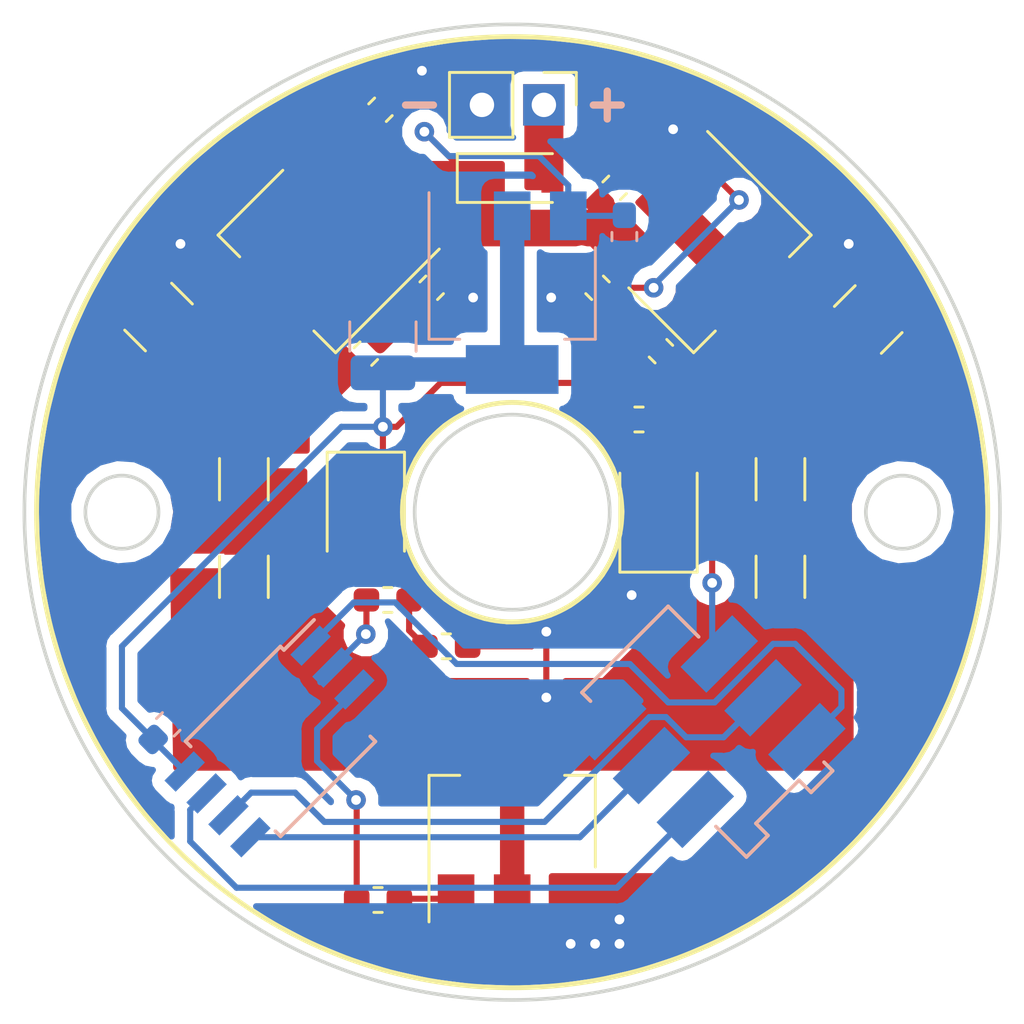
<source format=kicad_pcb>
(kicad_pcb (version 20171130) (host pcbnew "(5.0.2)-1")

  (general
    (thickness 1.6)
    (drawings 8)
    (tracks 134)
    (zones 0)
    (modules 29)
    (nets 21)
  )

  (page A4)
  (layers
    (0 F.Cu signal)
    (31 B.Cu signal)
    (32 B.Adhes user)
    (33 F.Adhes user)
    (34 B.Paste user)
    (35 F.Paste user)
    (36 B.SilkS user)
    (37 F.SilkS user)
    (38 B.Mask user)
    (39 F.Mask user)
    (40 Dwgs.User user)
    (41 Cmts.User user)
    (42 Eco1.User user)
    (43 Eco2.User user)
    (44 Edge.Cuts user)
    (45 Margin user)
    (46 B.CrtYd user)
    (47 F.CrtYd user)
    (48 B.Fab user hide)
    (49 F.Fab user hide)
  )

  (setup
    (last_trace_width 0.25)
    (trace_clearance 0.2)
    (zone_clearance 0.508)
    (zone_45_only no)
    (trace_min 0.2)
    (segment_width 0.2)
    (edge_width 0.15)
    (via_size 0.8)
    (via_drill 0.4)
    (via_min_size 0.4)
    (via_min_drill 0.3)
    (uvia_size 0.3)
    (uvia_drill 0.1)
    (uvias_allowed no)
    (uvia_min_size 0.2)
    (uvia_min_drill 0.1)
    (pcb_text_width 0.3)
    (pcb_text_size 1.5 1.5)
    (mod_edge_width 0.15)
    (mod_text_size 1 1)
    (mod_text_width 0.15)
    (pad_size 1.524 1.524)
    (pad_drill 0.762)
    (pad_to_mask_clearance 0.051)
    (solder_mask_min_width 0.25)
    (aux_axis_origin 0 0)
    (visible_elements 7FFFFFFF)
    (pcbplotparams
      (layerselection 0x010fc_ffffffff)
      (usegerberextensions false)
      (usegerberattributes false)
      (usegerberadvancedattributes false)
      (creategerberjobfile false)
      (excludeedgelayer true)
      (linewidth 0.100000)
      (plotframeref false)
      (viasonmask false)
      (mode 1)
      (useauxorigin false)
      (hpglpennumber 1)
      (hpglpenspeed 20)
      (hpglpendiameter 15.000000)
      (psnegative false)
      (psa4output false)
      (plotreference true)
      (plotvalue true)
      (plotinvisibletext false)
      (padsonsilk false)
      (subtractmaskfromsilk false)
      (outputformat 1)
      (mirror false)
      (drillshape 1)
      (scaleselection 1)
      (outputdirectory ""))
  )

  (net 0 "")
  (net 1 GND)
  (net 2 +5V)
  (net 3 +BATT)
  (net 4 /VLED_1)
  (net 5 /VLED_2)
  (net 6 /MOSI)
  (net 7 /MISO)
  (net 8 /SCK)
  (net 9 /RESET)
  (net 10 "Net-(D2-Pad1)")
  (net 11 "Net-(R1-Pad2)")
  (net 12 "Net-(R3-Pad2)")
  (net 13 "Net-(D5-Pad2)")
  (net 14 /AnalogInput)
  (net 15 "Net-(Q2-Pad2)")
  (net 16 /DigitalOutput)
  (net 17 "Net-(D1-Pad1)")
  (net 18 "Net-(D3-Pad1)")
  (net 19 "Net-(Q1-Pad1)")
  (net 20 "Net-(D6-Pad2)")

  (net_class Default "Dies ist die voreingestellte Netzklasse."
    (clearance 0.2)
    (trace_width 0.25)
    (via_dia 0.8)
    (via_drill 0.4)
    (uvia_dia 0.3)
    (uvia_drill 0.1)
    (add_net +5V)
    (add_net +BATT)
    (add_net /AnalogInput)
    (add_net /DigitalOutput)
    (add_net /MISO)
    (add_net /MOSI)
    (add_net /RESET)
    (add_net /SCK)
    (add_net /VLED_1)
    (add_net /VLED_2)
    (add_net GND)
    (add_net "Net-(D1-Pad1)")
    (add_net "Net-(D2-Pad1)")
    (add_net "Net-(D3-Pad1)")
    (add_net "Net-(D5-Pad2)")
    (add_net "Net-(D6-Pad2)")
    (add_net "Net-(Q1-Pad1)")
    (add_net "Net-(Q2-Pad2)")
    (add_net "Net-(R1-Pad2)")
    (add_net "Net-(R3-Pad2)")
  )

  (module Package_TO_SOT_SMD:SOT-223-3_TabPin2 (layer F.Cu) (tedit 5C7FD151) (tstamp 5C5C3090)
    (at 108.5 89.7 315)
    (descr "module CMS SOT223 4 pins")
    (tags "CMS SOT")
    (path /5C59F377)
    (attr smd)
    (fp_text reference U3 (at 0 -4.5 315) (layer F.SilkS) hide
      (effects (font (size 1 1) (thickness 0.15)))
    )
    (fp_text value LM1117-ADJ (at 0 4.5 315) (layer F.Fab)
      (effects (font (size 1 1) (thickness 0.15)))
    )
    (fp_line (start 1.85 -3.35) (end 1.85 3.35) (layer F.Fab) (width 0.1))
    (fp_line (start -1.85 3.35) (end 1.85 3.35) (layer F.Fab) (width 0.1))
    (fp_line (start -4.1 -3.41) (end 1.91 -3.41) (layer F.SilkS) (width 0.12))
    (fp_line (start -0.85 -3.35) (end 1.85 -3.35) (layer F.Fab) (width 0.1))
    (fp_line (start -1.85 3.41) (end 1.91 3.41) (layer F.SilkS) (width 0.12))
    (fp_line (start -1.85 -2.35) (end -1.85 3.35) (layer F.Fab) (width 0.1))
    (fp_line (start -1.85 -2.35) (end -0.85 -3.35) (layer F.Fab) (width 0.1))
    (fp_line (start -4.4 -3.6) (end -4.4 3.6) (layer F.CrtYd) (width 0.05))
    (fp_line (start -4.4 3.6) (end 4.4 3.6) (layer F.CrtYd) (width 0.05))
    (fp_line (start 4.4 3.6) (end 4.4 -3.6) (layer F.CrtYd) (width 0.05))
    (fp_line (start 4.4 -3.6) (end -4.4 -3.6) (layer F.CrtYd) (width 0.05))
    (fp_line (start 1.91 -3.41) (end 1.91 -2.15) (layer F.SilkS) (width 0.12))
    (fp_line (start 1.91 3.41) (end 1.91 2.15) (layer F.SilkS) (width 0.12))
    (fp_text user %R (at 0 0 45) (layer F.Fab)
      (effects (font (size 0.8 0.8) (thickness 0.12)))
    )
    (pad 1 smd rect (at -3.15 -2.3 315) (size 2 1.5) (layers F.Cu F.Paste F.Mask)
      (net 12 "Net-(R3-Pad2)"))
    (pad 3 smd rect (at -3.15 2.3 315) (size 2 1.5) (layers F.Cu F.Paste F.Mask)
      (net 3 +BATT))
    (pad 2 smd rect (at -3.149999 0 315) (size 2 1.5) (layers F.Cu F.Paste F.Mask)
      (net 5 /VLED_2))
    (pad 2 smd rect (at 3.149999 0 315) (size 2 3.8) (layers F.Cu F.Paste F.Mask)
      (net 5 /VLED_2))
    (model ${KISYS3DMOD}/Package_TO_SOT_SMD.3dshapes/SOT-223.wrl
      (at (xyz 0 0 0))
      (scale (xyz 1 1 1))
      (rotate (xyz 0 0 0))
    )
  )

  (module Capacitor_SMD:C_0603_1608Metric_Pad1.05x0.95mm_HandSolder (layer B.Cu) (tedit 5C7FD250) (tstamp 5C5C2F15)
    (at 85.9 108.7 45)
    (descr "Capacitor SMD 0603 (1608 Metric), square (rectangular) end terminal, IPC_7351 nominal with elongated pad for handsoldering. (Body size source: http://www.tortai-tech.com/upload/download/2011102023233369053.pdf), generated with kicad-footprint-generator")
    (tags "capacitor handsolder")
    (path /5C595E02)
    (attr smd)
    (fp_text reference C1 (at 0 1.43 45) (layer B.SilkS) hide
      (effects (font (size 1 1) (thickness 0.15)) (justify mirror))
    )
    (fp_text value "100nF 10V" (at 0 -1.43 45) (layer B.Fab)
      (effects (font (size 1 1) (thickness 0.15)) (justify mirror))
    )
    (fp_text user %R (at 0 0 45) (layer B.Fab)
      (effects (font (size 0.4 0.4) (thickness 0.06)) (justify mirror))
    )
    (fp_line (start 1.65 -0.73) (end -1.65 -0.73) (layer B.CrtYd) (width 0.05))
    (fp_line (start 1.65 0.73) (end 1.65 -0.73) (layer B.CrtYd) (width 0.05))
    (fp_line (start -1.65 0.73) (end 1.65 0.73) (layer B.CrtYd) (width 0.05))
    (fp_line (start -1.65 -0.73) (end -1.65 0.73) (layer B.CrtYd) (width 0.05))
    (fp_line (start -0.171267 -0.51) (end 0.171267 -0.51) (layer B.SilkS) (width 0.12))
    (fp_line (start -0.171267 0.51) (end 0.171267 0.51) (layer B.SilkS) (width 0.12))
    (fp_line (start 0.8 -0.4) (end -0.8 -0.4) (layer B.Fab) (width 0.1))
    (fp_line (start 0.8 0.4) (end 0.8 -0.4) (layer B.Fab) (width 0.1))
    (fp_line (start -0.8 0.4) (end 0.8 0.4) (layer B.Fab) (width 0.1))
    (fp_line (start -0.8 -0.4) (end -0.8 0.4) (layer B.Fab) (width 0.1))
    (pad 2 smd roundrect (at 0.874999 0 45) (size 1.05 0.95) (layers B.Cu B.Paste B.Mask) (roundrect_rratio 0.25)
      (net 1 GND))
    (pad 1 smd roundrect (at -0.874999 0 45) (size 1.05 0.95) (layers B.Cu B.Paste B.Mask) (roundrect_rratio 0.25)
      (net 2 +5V))
    (model ${KISYS3DMOD}/Capacitor_SMD.3dshapes/C_0603_1608Metric.wrl
      (at (xyz 0 0 0))
      (scale (xyz 1 1 1))
      (rotate (xyz 0 0 0))
    )
  )

  (module Capacitor_SMD:C_0603_1608Metric_Pad1.05x0.95mm_HandSolder (layer B.Cu) (tedit 5C7FD232) (tstamp 5C5C2F26)
    (at 104.6 88.7 270)
    (descr "Capacitor SMD 0603 (1608 Metric), square (rectangular) end terminal, IPC_7351 nominal with elongated pad for handsoldering. (Body size source: http://www.tortai-tech.com/upload/download/2011102023233369053.pdf), generated with kicad-footprint-generator")
    (tags "capacitor handsolder")
    (path /5C597C58)
    (attr smd)
    (fp_text reference C2 (at 0 1.43 270) (layer B.SilkS) hide
      (effects (font (size 1 1) (thickness 0.15)) (justify mirror))
    )
    (fp_text value "10uF 15V" (at 0 -1.43 270) (layer B.Fab)
      (effects (font (size 1 1) (thickness 0.15)) (justify mirror))
    )
    (fp_line (start -0.8 -0.4) (end -0.8 0.4) (layer B.Fab) (width 0.1))
    (fp_line (start -0.8 0.4) (end 0.8 0.4) (layer B.Fab) (width 0.1))
    (fp_line (start 0.8 0.4) (end 0.8 -0.4) (layer B.Fab) (width 0.1))
    (fp_line (start 0.8 -0.4) (end -0.8 -0.4) (layer B.Fab) (width 0.1))
    (fp_line (start -0.171267 0.51) (end 0.171267 0.51) (layer B.SilkS) (width 0.12))
    (fp_line (start -0.171267 -0.51) (end 0.171267 -0.51) (layer B.SilkS) (width 0.12))
    (fp_line (start -1.65 -0.73) (end -1.65 0.73) (layer B.CrtYd) (width 0.05))
    (fp_line (start -1.65 0.73) (end 1.65 0.73) (layer B.CrtYd) (width 0.05))
    (fp_line (start 1.65 0.73) (end 1.65 -0.73) (layer B.CrtYd) (width 0.05))
    (fp_line (start 1.65 -0.73) (end -1.65 -0.73) (layer B.CrtYd) (width 0.05))
    (fp_text user %R (at 0 0 270) (layer B.Fab)
      (effects (font (size 0.4 0.4) (thickness 0.06)) (justify mirror))
    )
    (pad 1 smd roundrect (at -0.875 0 270) (size 1.05 0.95) (layers B.Cu B.Paste B.Mask) (roundrect_rratio 0.25)
      (net 3 +BATT))
    (pad 2 smd roundrect (at 0.875 0 270) (size 1.05 0.95) (layers B.Cu B.Paste B.Mask) (roundrect_rratio 0.25)
      (net 1 GND))
    (model ${KISYS3DMOD}/Capacitor_SMD.3dshapes/C_0603_1608Metric.wrl
      (at (xyz 0 0 0))
      (scale (xyz 1 1 1))
      (rotate (xyz 0 0 0))
    )
  )

  (module Capacitor_SMD:C_1210_3225Metric_Pad1.42x2.65mm_HandSolder (layer B.Cu) (tedit 5C7FD1E8) (tstamp 5C5C2F37)
    (at 94.7 92.8 90)
    (descr "Capacitor SMD 1210 (3225 Metric), square (rectangular) end terminal, IPC_7351 nominal with elongated pad for handsoldering. (Body size source: http://www.tortai-tech.com/upload/download/2011102023233369053.pdf), generated with kicad-footprint-generator")
    (tags "capacitor handsolder")
    (path /5C597CB4)
    (attr smd)
    (fp_text reference C3 (at 0 2.28 90) (layer B.SilkS) hide
      (effects (font (size 1 1) (thickness 0.15)) (justify mirror))
    )
    (fp_text value "100uF 10V" (at 0 -2.28 90) (layer B.Fab)
      (effects (font (size 1 1) (thickness 0.15)) (justify mirror))
    )
    (fp_line (start -1.6 -1.25) (end -1.6 1.25) (layer B.Fab) (width 0.1))
    (fp_line (start -1.6 1.25) (end 1.6 1.25) (layer B.Fab) (width 0.1))
    (fp_line (start 1.6 1.25) (end 1.6 -1.25) (layer B.Fab) (width 0.1))
    (fp_line (start 1.6 -1.25) (end -1.6 -1.25) (layer B.Fab) (width 0.1))
    (fp_line (start -0.602064 1.36) (end 0.602064 1.36) (layer B.SilkS) (width 0.12))
    (fp_line (start -0.602064 -1.36) (end 0.602064 -1.36) (layer B.SilkS) (width 0.12))
    (fp_line (start -2.45 -1.58) (end -2.45 1.58) (layer B.CrtYd) (width 0.05))
    (fp_line (start -2.45 1.58) (end 2.45 1.58) (layer B.CrtYd) (width 0.05))
    (fp_line (start 2.45 1.58) (end 2.45 -1.58) (layer B.CrtYd) (width 0.05))
    (fp_line (start 2.45 -1.58) (end -2.45 -1.58) (layer B.CrtYd) (width 0.05))
    (fp_text user %R (at 0 0 90) (layer B.Fab)
      (effects (font (size 0.8 0.8) (thickness 0.12)) (justify mirror))
    )
    (pad 1 smd roundrect (at -1.4875 0 90) (size 1.425 2.65) (layers B.Cu B.Paste B.Mask) (roundrect_rratio 0.175439)
      (net 2 +5V))
    (pad 2 smd roundrect (at 1.4875 0 90) (size 1.425 2.65) (layers B.Cu B.Paste B.Mask) (roundrect_rratio 0.175439)
      (net 1 GND))
    (model ${KISYS3DMOD}/Capacitor_SMD.3dshapes/C_1210_3225Metric.wrl
      (at (xyz 0 0 0))
      (scale (xyz 1 1 1))
      (rotate (xyz 0 0 0))
    )
  )

  (module Capacitor_SMD:C_0603_1608Metric_Pad1.05x0.95mm_HandSolder (layer F.Cu) (tedit 5C7FD162) (tstamp 5C5C2F48)
    (at 94.6 83.5 45)
    (descr "Capacitor SMD 0603 (1608 Metric), square (rectangular) end terminal, IPC_7351 nominal with elongated pad for handsoldering. (Body size source: http://www.tortai-tech.com/upload/download/2011102023233369053.pdf), generated with kicad-footprint-generator")
    (tags "capacitor handsolder")
    (path /5C59A1C3)
    (attr smd)
    (fp_text reference C4 (at 0 -1.43 45) (layer F.SilkS) hide
      (effects (font (size 1 1) (thickness 0.15)))
    )
    (fp_text value "10uF 15V" (at 0 1.43 45) (layer F.Fab)
      (effects (font (size 1 1) (thickness 0.15)))
    )
    (fp_text user %R (at 0 0 45) (layer F.Fab)
      (effects (font (size 0.4 0.4) (thickness 0.06)))
    )
    (fp_line (start 1.65 0.73) (end -1.65 0.73) (layer F.CrtYd) (width 0.05))
    (fp_line (start 1.65 -0.73) (end 1.65 0.73) (layer F.CrtYd) (width 0.05))
    (fp_line (start -1.65 -0.73) (end 1.65 -0.73) (layer F.CrtYd) (width 0.05))
    (fp_line (start -1.65 0.73) (end -1.65 -0.73) (layer F.CrtYd) (width 0.05))
    (fp_line (start -0.171267 0.51) (end 0.171267 0.51) (layer F.SilkS) (width 0.12))
    (fp_line (start -0.171267 -0.51) (end 0.171267 -0.51) (layer F.SilkS) (width 0.12))
    (fp_line (start 0.8 0.4) (end -0.8 0.4) (layer F.Fab) (width 0.1))
    (fp_line (start 0.8 -0.4) (end 0.8 0.4) (layer F.Fab) (width 0.1))
    (fp_line (start -0.8 -0.4) (end 0.8 -0.4) (layer F.Fab) (width 0.1))
    (fp_line (start -0.8 0.4) (end -0.8 -0.4) (layer F.Fab) (width 0.1))
    (pad 2 smd roundrect (at 0.874999 0 45) (size 1.05 0.95) (layers F.Cu F.Paste F.Mask) (roundrect_rratio 0.25)
      (net 1 GND))
    (pad 1 smd roundrect (at -0.874999 0 45) (size 1.05 0.95) (layers F.Cu F.Paste F.Mask) (roundrect_rratio 0.25)
      (net 3 +BATT))
    (model ${KISYS3DMOD}/Capacitor_SMD.3dshapes/C_0603_1608Metric.wrl
      (at (xyz 0 0 0))
      (scale (xyz 1 1 1))
      (rotate (xyz 0 0 0))
    )
  )

  (module Capacitor_SMD:C_1210_3225Metric_Pad1.42x2.65mm_HandSolder (layer F.Cu) (tedit 5C7FD16B) (tstamp 5C5C2F59)
    (at 85.5 92 135)
    (descr "Capacitor SMD 1210 (3225 Metric), square (rectangular) end terminal, IPC_7351 nominal with elongated pad for handsoldering. (Body size source: http://www.tortai-tech.com/upload/download/2011102023233369053.pdf), generated with kicad-footprint-generator")
    (tags "capacitor handsolder")
    (path /5C59A23B)
    (attr smd)
    (fp_text reference C5 (at 0 -2.28 135) (layer F.SilkS) hide
      (effects (font (size 1 1) (thickness 0.15)))
    )
    (fp_text value "100uF 10V" (at 0 2.28 135) (layer F.Fab)
      (effects (font (size 1 1) (thickness 0.15)))
    )
    (fp_text user %R (at 0 0 135) (layer F.Fab)
      (effects (font (size 0.8 0.8) (thickness 0.12)))
    )
    (fp_line (start 2.45 1.58) (end -2.45 1.58) (layer F.CrtYd) (width 0.05))
    (fp_line (start 2.45 -1.58) (end 2.45 1.58) (layer F.CrtYd) (width 0.05))
    (fp_line (start -2.45 -1.58) (end 2.45 -1.58) (layer F.CrtYd) (width 0.05))
    (fp_line (start -2.45 1.58) (end -2.45 -1.58) (layer F.CrtYd) (width 0.05))
    (fp_line (start -0.602064 1.36) (end 0.602064 1.36) (layer F.SilkS) (width 0.12))
    (fp_line (start -0.602064 -1.36) (end 0.602064 -1.36) (layer F.SilkS) (width 0.12))
    (fp_line (start 1.6 1.25) (end -1.6 1.25) (layer F.Fab) (width 0.1))
    (fp_line (start 1.6 -1.25) (end 1.6 1.25) (layer F.Fab) (width 0.1))
    (fp_line (start -1.6 -1.25) (end 1.6 -1.25) (layer F.Fab) (width 0.1))
    (fp_line (start -1.6 1.25) (end -1.6 -1.25) (layer F.Fab) (width 0.1))
    (pad 2 smd roundrect (at 1.4875 0 135) (size 1.425 2.65) (layers F.Cu F.Paste F.Mask) (roundrect_rratio 0.175439)
      (net 1 GND))
    (pad 1 smd roundrect (at -1.4875 0 135) (size 1.425 2.65) (layers F.Cu F.Paste F.Mask) (roundrect_rratio 0.175439)
      (net 4 /VLED_1))
    (model ${KISYS3DMOD}/Capacitor_SMD.3dshapes/C_1210_3225Metric.wrl
      (at (xyz 0 0 0))
      (scale (xyz 1 1 1))
      (rotate (xyz 0 0 0))
    )
  )

  (module Capacitor_SMD:C_0603_1608Metric_Pad1.05x0.95mm_HandSolder (layer F.Cu) (tedit 5C7FD158) (tstamp 5C5C2F6A)
    (at 104.2 86.7 45)
    (descr "Capacitor SMD 0603 (1608 Metric), square (rectangular) end terminal, IPC_7351 nominal with elongated pad for handsoldering. (Body size source: http://www.tortai-tech.com/upload/download/2011102023233369053.pdf), generated with kicad-footprint-generator")
    (tags "capacitor handsolder")
    (path /5C59F37E)
    (attr smd)
    (fp_text reference C6 (at 0 -1.43 45) (layer F.SilkS) hide
      (effects (font (size 1 1) (thickness 0.15)))
    )
    (fp_text value "10uF 15V" (at 0 1.43 45) (layer F.Fab)
      (effects (font (size 1 1) (thickness 0.15)))
    )
    (fp_line (start -0.8 0.4) (end -0.8 -0.4) (layer F.Fab) (width 0.1))
    (fp_line (start -0.8 -0.4) (end 0.8 -0.4) (layer F.Fab) (width 0.1))
    (fp_line (start 0.8 -0.4) (end 0.8 0.4) (layer F.Fab) (width 0.1))
    (fp_line (start 0.8 0.4) (end -0.8 0.4) (layer F.Fab) (width 0.1))
    (fp_line (start -0.171267 -0.51) (end 0.171267 -0.51) (layer F.SilkS) (width 0.12))
    (fp_line (start -0.171267 0.51) (end 0.171267 0.51) (layer F.SilkS) (width 0.12))
    (fp_line (start -1.65 0.73) (end -1.65 -0.73) (layer F.CrtYd) (width 0.05))
    (fp_line (start -1.65 -0.73) (end 1.65 -0.73) (layer F.CrtYd) (width 0.05))
    (fp_line (start 1.65 -0.73) (end 1.65 0.73) (layer F.CrtYd) (width 0.05))
    (fp_line (start 1.65 0.73) (end -1.65 0.73) (layer F.CrtYd) (width 0.05))
    (fp_text user %R (at 0 0 45) (layer F.Fab)
      (effects (font (size 0.4 0.4) (thickness 0.06)))
    )
    (pad 1 smd roundrect (at -0.874999 0 45) (size 1.05 0.95) (layers F.Cu F.Paste F.Mask) (roundrect_rratio 0.25)
      (net 3 +BATT))
    (pad 2 smd roundrect (at 0.874999 0 45) (size 1.05 0.95) (layers F.Cu F.Paste F.Mask) (roundrect_rratio 0.25)
      (net 1 GND))
    (model ${KISYS3DMOD}/Capacitor_SMD.3dshapes/C_0603_1608Metric.wrl
      (at (xyz 0 0 0))
      (scale (xyz 1 1 1))
      (rotate (xyz 0 0 0))
    )
  )

  (module Capacitor_SMD:C_1210_3225Metric_Pad1.42x2.65mm_HandSolder (layer F.Cu) (tedit 5C7FD155) (tstamp 5C5C2F7B)
    (at 114.6 92.1 45)
    (descr "Capacitor SMD 1210 (3225 Metric), square (rectangular) end terminal, IPC_7351 nominal with elongated pad for handsoldering. (Body size source: http://www.tortai-tech.com/upload/download/2011102023233369053.pdf), generated with kicad-footprint-generator")
    (tags "capacitor handsolder")
    (path /5C59F385)
    (attr smd)
    (fp_text reference C7 (at 0 -2.28 45) (layer F.SilkS) hide
      (effects (font (size 1 1) (thickness 0.15)))
    )
    (fp_text value "100uF 10V" (at 0 2.28 45) (layer F.Fab)
      (effects (font (size 1 1) (thickness 0.15)))
    )
    (fp_line (start -1.6 1.25) (end -1.6 -1.25) (layer F.Fab) (width 0.1))
    (fp_line (start -1.6 -1.25) (end 1.6 -1.25) (layer F.Fab) (width 0.1))
    (fp_line (start 1.6 -1.25) (end 1.6 1.25) (layer F.Fab) (width 0.1))
    (fp_line (start 1.6 1.25) (end -1.6 1.25) (layer F.Fab) (width 0.1))
    (fp_line (start -0.602064 -1.36) (end 0.602064 -1.36) (layer F.SilkS) (width 0.12))
    (fp_line (start -0.602064 1.36) (end 0.602064 1.36) (layer F.SilkS) (width 0.12))
    (fp_line (start -2.45 1.58) (end -2.45 -1.58) (layer F.CrtYd) (width 0.05))
    (fp_line (start -2.45 -1.58) (end 2.45 -1.58) (layer F.CrtYd) (width 0.05))
    (fp_line (start 2.45 -1.58) (end 2.45 1.58) (layer F.CrtYd) (width 0.05))
    (fp_line (start 2.45 1.58) (end -2.45 1.58) (layer F.CrtYd) (width 0.05))
    (fp_text user %R (at 0 0 45) (layer F.Fab)
      (effects (font (size 0.8 0.8) (thickness 0.12)))
    )
    (pad 1 smd roundrect (at -1.4875 0 45) (size 1.425 2.65) (layers F.Cu F.Paste F.Mask) (roundrect_rratio 0.175439)
      (net 5 /VLED_2))
    (pad 2 smd roundrect (at 1.4875 0 45) (size 1.425 2.65) (layers F.Cu F.Paste F.Mask) (roundrect_rratio 0.175439)
      (net 1 GND))
    (model ${KISYS3DMOD}/Capacitor_SMD.3dshapes/C_1210_3225Metric.wrl
      (at (xyz 0 0 0))
      (scale (xyz 1 1 1))
      (rotate (xyz 0 0 0))
    )
  )

  (module Connector_PinHeader_2.54mm:PinHeader_1x02_P2.54mm_Vertical (layer F.Cu) (tedit 5C7FD15B) (tstamp 5C5C2F91)
    (at 101.3 83.3 270)
    (descr "Through hole straight pin header, 1x02, 2.54mm pitch, single row")
    (tags "Through hole pin header THT 1x02 2.54mm single row")
    (path /5C596762)
    (fp_text reference J1 (at 0 -2.33 270) (layer F.SilkS) hide
      (effects (font (size 1 1) (thickness 0.15)))
    )
    (fp_text value "Pins 2P" (at 0 4.87 270) (layer F.Fab)
      (effects (font (size 1 1) (thickness 0.15)))
    )
    (fp_line (start -0.635 -1.27) (end 1.27 -1.27) (layer F.Fab) (width 0.1))
    (fp_line (start 1.27 -1.27) (end 1.27 3.81) (layer F.Fab) (width 0.1))
    (fp_line (start 1.27 3.81) (end -1.27 3.81) (layer F.Fab) (width 0.1))
    (fp_line (start -1.27 3.81) (end -1.27 -0.635) (layer F.Fab) (width 0.1))
    (fp_line (start -1.27 -0.635) (end -0.635 -1.27) (layer F.Fab) (width 0.1))
    (fp_line (start -1.33 3.87) (end 1.33 3.87) (layer F.SilkS) (width 0.12))
    (fp_line (start -1.33 1.27) (end -1.33 3.87) (layer F.SilkS) (width 0.12))
    (fp_line (start 1.33 1.27) (end 1.33 3.87) (layer F.SilkS) (width 0.12))
    (fp_line (start -1.33 1.27) (end 1.33 1.27) (layer F.SilkS) (width 0.12))
    (fp_line (start -1.33 0) (end -1.33 -1.33) (layer F.SilkS) (width 0.12))
    (fp_line (start -1.33 -1.33) (end 0 -1.33) (layer F.SilkS) (width 0.12))
    (fp_line (start -1.8 -1.8) (end -1.8 4.35) (layer F.CrtYd) (width 0.05))
    (fp_line (start -1.8 4.35) (end 1.8 4.35) (layer F.CrtYd) (width 0.05))
    (fp_line (start 1.8 4.35) (end 1.8 -1.8) (layer F.CrtYd) (width 0.05))
    (fp_line (start 1.8 -1.8) (end -1.8 -1.8) (layer F.CrtYd) (width 0.05))
    (fp_text user %R (at 0 1.27 180) (layer F.Fab)
      (effects (font (size 1 1) (thickness 0.15)))
    )
    (pad 1 thru_hole rect (at 0 0 270) (size 1.7 1.7) (drill 1) (layers *.Cu *.Mask)
      (net 20 "Net-(D6-Pad2)"))
    (pad 2 thru_hole oval (at 0 2.54 270) (size 1.7 1.7) (drill 1) (layers *.Cu *.Mask)
      (net 1 GND))
    (model ${KISYS3DMOD}/Connector_PinHeader_2.54mm.3dshapes/PinHeader_1x02_P2.54mm_Vertical.wrl
      (at (xyz 0 0 0))
      (scale (xyz 1 1 1))
      (rotate (xyz 0 0 0))
    )
  )

  (module Connector:ConnectorMicromatch-6 (layer B.Cu) (tedit 5C7FD255) (tstamp 5C5C2FA9)
    (at 108 109 315)
    (descr ConnectorMicromatch-6)
    (path /5C596247)
    (attr smd)
    (fp_text reference J2 (at 0 5.35 315) (layer B.SilkS) hide
      (effects (font (size 1 1) (thickness 0.15)) (justify mirror))
    )
    (fp_text value "MicroMatch 6P" (at 0 -5.35 315) (layer B.Fab)
      (effects (font (size 1 1) (thickness 0.15)) (justify mirror))
    )
    (fp_line (start -4.27 2.5) (end -4.77 2.5) (layer B.SilkS) (width 0.15))
    (fp_line (start -4.77 2.5) (end -4.77 -2.5) (layer B.SilkS) (width 0.15))
    (fp_line (start -4.77 -2.5) (end -3 -2.5) (layer B.SilkS) (width 0.15))
    (fp_line (start 3 2.5) (end 4.77 2.5) (layer B.SilkS) (width 0.15))
    (fp_line (start 4.77 2.5) (end 4.77 1.25) (layer B.SilkS) (width 0.15))
    (fp_line (start 4.77 1.25) (end 4.07 1.25) (layer B.SilkS) (width 0.15))
    (fp_line (start 4.07 1.25) (end 4.07 -1.25) (layer B.SilkS) (width 0.15))
    (fp_line (start 4.07 -1.25) (end 4.77 -1.25) (layer B.SilkS) (width 0.15))
    (fp_line (start 4.77 -1.25) (end 4.77 -2.5) (layer B.SilkS) (width 0.15))
    (fp_line (start 4.77 -2.5) (end 4.27 -2.5) (layer B.SilkS) (width 0.15))
    (fp_line (start -5.02 4.35) (end 5.02 4.35) (layer B.CrtYd) (width 0.05))
    (fp_line (start 5.02 4.35) (end 5.02 -4.35) (layer B.CrtYd) (width 0.05))
    (fp_line (start 5.02 -4.35) (end -5.02 -4.35) (layer B.CrtYd) (width 0.05))
    (fp_line (start -5.02 -4.35) (end -5.02 4.35) (layer B.CrtYd) (width 0.05))
    (pad 1 smd rect (at -3.175 2.600001 315) (size 1.5 3) (layers B.Cu B.Paste B.Mask)
      (net 1 GND))
    (pad 2 smd rect (at -1.905 -2.6 315) (size 1.5 3) (layers B.Cu B.Paste B.Mask)
      (net 2 +5V))
    (pad 3 smd rect (at -0.635 2.6 315) (size 1.5 3) (layers B.Cu B.Paste B.Mask)
      (net 6 /MOSI))
    (pad 4 smd rect (at 0.635 -2.6 315) (size 1.5 3) (layers B.Cu B.Paste B.Mask)
      (net 7 /MISO))
    (pad 5 smd rect (at 1.905 2.6 315) (size 1.5 3) (layers B.Cu B.Paste B.Mask)
      (net 8 /SCK))
    (pad 6 smd rect (at 3.175 -2.600001 315) (size 1.5 3) (layers B.Cu B.Paste B.Mask)
      (net 9 /RESET))
  )

  (module Package_TO_SOT_SMD:SOT-223-3_TabPin2 (layer F.Cu) (tedit 5C7FD126) (tstamp 5C5C2FBF)
    (at 100 112.7 90)
    (descr "module CMS SOT223 4 pins")
    (tags "CMS SOT")
    (path /5C5ACB5E)
    (attr smd)
    (fp_text reference Q1 (at 0 -4.5 90) (layer F.SilkS) hide
      (effects (font (size 1 1) (thickness 0.15)))
    )
    (fp_text value BSP318S (at 0 4.5 90) (layer F.Fab)
      (effects (font (size 1 1) (thickness 0.15)))
    )
    (fp_text user %R (at 0 0 -180) (layer F.Fab)
      (effects (font (size 0.8 0.8) (thickness 0.12)))
    )
    (fp_line (start 1.91 3.41) (end 1.91 2.15) (layer F.SilkS) (width 0.12))
    (fp_line (start 1.91 -3.41) (end 1.91 -2.15) (layer F.SilkS) (width 0.12))
    (fp_line (start 4.4 -3.6) (end -4.4 -3.6) (layer F.CrtYd) (width 0.05))
    (fp_line (start 4.4 3.6) (end 4.4 -3.6) (layer F.CrtYd) (width 0.05))
    (fp_line (start -4.4 3.6) (end 4.4 3.6) (layer F.CrtYd) (width 0.05))
    (fp_line (start -4.4 -3.6) (end -4.4 3.6) (layer F.CrtYd) (width 0.05))
    (fp_line (start -1.85 -2.35) (end -0.85 -3.35) (layer F.Fab) (width 0.1))
    (fp_line (start -1.85 -2.35) (end -1.85 3.35) (layer F.Fab) (width 0.1))
    (fp_line (start -1.85 3.41) (end 1.91 3.41) (layer F.SilkS) (width 0.12))
    (fp_line (start -0.85 -3.35) (end 1.85 -3.35) (layer F.Fab) (width 0.1))
    (fp_line (start -4.1 -3.41) (end 1.91 -3.41) (layer F.SilkS) (width 0.12))
    (fp_line (start -1.85 3.35) (end 1.85 3.35) (layer F.Fab) (width 0.1))
    (fp_line (start 1.85 -3.35) (end 1.85 3.35) (layer F.Fab) (width 0.1))
    (pad 2 smd rect (at 3.15 0 90) (size 2 3.8) (layers F.Cu F.Paste F.Mask)
      (net 10 "Net-(D2-Pad1)"))
    (pad 2 smd rect (at -3.15 0 90) (size 2 1.5) (layers F.Cu F.Paste F.Mask)
      (net 10 "Net-(D2-Pad1)"))
    (pad 3 smd rect (at -3.15 2.3 90) (size 2 1.5) (layers F.Cu F.Paste F.Mask)
      (net 1 GND))
    (pad 1 smd rect (at -3.15 -2.3 90) (size 2 1.5) (layers F.Cu F.Paste F.Mask)
      (net 19 "Net-(Q1-Pad1)"))
    (model ${KISYS3DMOD}/Package_TO_SOT_SMD.3dshapes/SOT-223.wrl
      (at (xyz 0 0 0))
      (scale (xyz 1 1 1))
      (rotate (xyz 0 0 0))
    )
  )

  (module Resistor_SMD:R_0603_1608Metric_Pad1.05x0.95mm_HandSolder (layer F.Cu) (tedit 5C7FD114) (tstamp 5C5C2FD0)
    (at 94 93.5 45)
    (descr "Resistor SMD 0603 (1608 Metric), square (rectangular) end terminal, IPC_7351 nominal with elongated pad for handsoldering. (Body size source: http://www.tortai-tech.com/upload/download/2011102023233369053.pdf), generated with kicad-footprint-generator")
    (tags "resistor handsolder")
    (path /5C59A296)
    (attr smd)
    (fp_text reference R1 (at 0 -1.43 45) (layer F.SilkS) hide
      (effects (font (size 1 1) (thickness 0.15)))
    )
    (fp_text value R (at 0 1.43 45) (layer F.Fab)
      (effects (font (size 1 1) (thickness 0.15)))
    )
    (fp_line (start -0.8 0.4) (end -0.8 -0.4) (layer F.Fab) (width 0.1))
    (fp_line (start -0.8 -0.4) (end 0.8 -0.4) (layer F.Fab) (width 0.1))
    (fp_line (start 0.8 -0.4) (end 0.8 0.4) (layer F.Fab) (width 0.1))
    (fp_line (start 0.8 0.4) (end -0.8 0.4) (layer F.Fab) (width 0.1))
    (fp_line (start -0.171267 -0.51) (end 0.171267 -0.51) (layer F.SilkS) (width 0.12))
    (fp_line (start -0.171267 0.51) (end 0.171267 0.51) (layer F.SilkS) (width 0.12))
    (fp_line (start -1.65 0.73) (end -1.65 -0.73) (layer F.CrtYd) (width 0.05))
    (fp_line (start -1.65 -0.73) (end 1.65 -0.73) (layer F.CrtYd) (width 0.05))
    (fp_line (start 1.65 -0.73) (end 1.65 0.73) (layer F.CrtYd) (width 0.05))
    (fp_line (start 1.65 0.73) (end -1.65 0.73) (layer F.CrtYd) (width 0.05))
    (fp_text user %R (at 0 0 45) (layer F.Fab)
      (effects (font (size 0.4 0.4) (thickness 0.06)))
    )
    (pad 1 smd roundrect (at -0.874999 0 45) (size 1.05 0.95) (layers F.Cu F.Paste F.Mask) (roundrect_rratio 0.25)
      (net 4 /VLED_1))
    (pad 2 smd roundrect (at 0.874999 0 45) (size 1.05 0.95) (layers F.Cu F.Paste F.Mask) (roundrect_rratio 0.25)
      (net 11 "Net-(R1-Pad2)"))
    (model ${KISYS3DMOD}/Resistor_SMD.3dshapes/R_0603_1608Metric.wrl
      (at (xyz 0 0 0))
      (scale (xyz 1 1 1))
      (rotate (xyz 0 0 0))
    )
  )

  (module Resistor_SMD:R_0603_1608Metric_Pad1.05x0.95mm_HandSolder (layer F.Cu) (tedit 5C7FD171) (tstamp 5C5C2FE1)
    (at 96.7 90.8 45)
    (descr "Resistor SMD 0603 (1608 Metric), square (rectangular) end terminal, IPC_7351 nominal with elongated pad for handsoldering. (Body size source: http://www.tortai-tech.com/upload/download/2011102023233369053.pdf), generated with kicad-footprint-generator")
    (tags "resistor handsolder")
    (path /5C59AB7A)
    (attr smd)
    (fp_text reference R2 (at 0 -1.43 45) (layer F.SilkS) hide
      (effects (font (size 1 1) (thickness 0.15)))
    )
    (fp_text value R (at 0 1.43 45) (layer F.Fab)
      (effects (font (size 1 1) (thickness 0.15)))
    )
    (fp_text user %R (at 0 0 45) (layer F.Fab)
      (effects (font (size 0.4 0.4) (thickness 0.06)))
    )
    (fp_line (start 1.65 0.73) (end -1.65 0.73) (layer F.CrtYd) (width 0.05))
    (fp_line (start 1.65 -0.73) (end 1.65 0.73) (layer F.CrtYd) (width 0.05))
    (fp_line (start -1.65 -0.73) (end 1.65 -0.73) (layer F.CrtYd) (width 0.05))
    (fp_line (start -1.65 0.73) (end -1.65 -0.73) (layer F.CrtYd) (width 0.05))
    (fp_line (start -0.171267 0.51) (end 0.171267 0.51) (layer F.SilkS) (width 0.12))
    (fp_line (start -0.171267 -0.51) (end 0.171267 -0.51) (layer F.SilkS) (width 0.12))
    (fp_line (start 0.8 0.4) (end -0.8 0.4) (layer F.Fab) (width 0.1))
    (fp_line (start 0.8 -0.4) (end 0.8 0.4) (layer F.Fab) (width 0.1))
    (fp_line (start -0.8 -0.4) (end 0.8 -0.4) (layer F.Fab) (width 0.1))
    (fp_line (start -0.8 0.4) (end -0.8 -0.4) (layer F.Fab) (width 0.1))
    (pad 2 smd roundrect (at 0.874999 0 45) (size 1.05 0.95) (layers F.Cu F.Paste F.Mask) (roundrect_rratio 0.25)
      (net 1 GND))
    (pad 1 smd roundrect (at -0.874999 0 45) (size 1.05 0.95) (layers F.Cu F.Paste F.Mask) (roundrect_rratio 0.25)
      (net 11 "Net-(R1-Pad2)"))
    (model ${KISYS3DMOD}/Resistor_SMD.3dshapes/R_0603_1608Metric.wrl
      (at (xyz 0 0 0))
      (scale (xyz 1 1 1))
      (rotate (xyz 0 0 0))
    )
  )

  (module Resistor_SMD:R_0603_1608Metric_Pad1.05x0.95mm_HandSolder (layer F.Cu) (tedit 5C7FD145) (tstamp 5C5C2FF2)
    (at 106.1 93.4 135)
    (descr "Resistor SMD 0603 (1608 Metric), square (rectangular) end terminal, IPC_7351 nominal with elongated pad for handsoldering. (Body size source: http://www.tortai-tech.com/upload/download/2011102023233369053.pdf), generated with kicad-footprint-generator")
    (tags "resistor handsolder")
    (path /5C59F38C)
    (attr smd)
    (fp_text reference R3 (at 0 -1.43 135) (layer F.SilkS) hide
      (effects (font (size 1 1) (thickness 0.15)))
    )
    (fp_text value R (at 0 1.43 135) (layer F.Fab)
      (effects (font (size 1 1) (thickness 0.15)))
    )
    (fp_text user %R (at 0 0 135) (layer F.Fab)
      (effects (font (size 0.4 0.4) (thickness 0.06)))
    )
    (fp_line (start 1.65 0.73) (end -1.65 0.73) (layer F.CrtYd) (width 0.05))
    (fp_line (start 1.65 -0.73) (end 1.65 0.73) (layer F.CrtYd) (width 0.05))
    (fp_line (start -1.65 -0.73) (end 1.65 -0.73) (layer F.CrtYd) (width 0.05))
    (fp_line (start -1.65 0.73) (end -1.65 -0.73) (layer F.CrtYd) (width 0.05))
    (fp_line (start -0.171267 0.51) (end 0.171267 0.51) (layer F.SilkS) (width 0.12))
    (fp_line (start -0.171267 -0.51) (end 0.171267 -0.51) (layer F.SilkS) (width 0.12))
    (fp_line (start 0.8 0.4) (end -0.8 0.4) (layer F.Fab) (width 0.1))
    (fp_line (start 0.8 -0.4) (end 0.8 0.4) (layer F.Fab) (width 0.1))
    (fp_line (start -0.8 -0.4) (end 0.8 -0.4) (layer F.Fab) (width 0.1))
    (fp_line (start -0.8 0.4) (end -0.8 -0.4) (layer F.Fab) (width 0.1))
    (pad 2 smd roundrect (at 0.874999 0 135) (size 1.05 0.95) (layers F.Cu F.Paste F.Mask) (roundrect_rratio 0.25)
      (net 12 "Net-(R3-Pad2)"))
    (pad 1 smd roundrect (at -0.874999 0 135) (size 1.05 0.95) (layers F.Cu F.Paste F.Mask) (roundrect_rratio 0.25)
      (net 5 /VLED_2))
    (model ${KISYS3DMOD}/Resistor_SMD.3dshapes/R_0603_1608Metric.wrl
      (at (xyz 0 0 0))
      (scale (xyz 1 1 1))
      (rotate (xyz 0 0 0))
    )
  )

  (module Resistor_SMD:R_0603_1608Metric_Pad1.05x0.95mm_HandSolder (layer F.Cu) (tedit 5C7FD14E) (tstamp 5C5C3003)
    (at 103.5 90.8 135)
    (descr "Resistor SMD 0603 (1608 Metric), square (rectangular) end terminal, IPC_7351 nominal with elongated pad for handsoldering. (Body size source: http://www.tortai-tech.com/upload/download/2011102023233369053.pdf), generated with kicad-footprint-generator")
    (tags "resistor handsolder")
    (path /5C59F393)
    (attr smd)
    (fp_text reference R4 (at 0 -1.43 135) (layer F.SilkS) hide
      (effects (font (size 1 1) (thickness 0.15)))
    )
    (fp_text value R (at 0 1.43 135) (layer F.Fab)
      (effects (font (size 1 1) (thickness 0.15)))
    )
    (fp_line (start -0.8 0.4) (end -0.8 -0.4) (layer F.Fab) (width 0.1))
    (fp_line (start -0.8 -0.4) (end 0.8 -0.4) (layer F.Fab) (width 0.1))
    (fp_line (start 0.8 -0.4) (end 0.8 0.4) (layer F.Fab) (width 0.1))
    (fp_line (start 0.8 0.4) (end -0.8 0.4) (layer F.Fab) (width 0.1))
    (fp_line (start -0.171268 -0.51) (end 0.171268 -0.51) (layer F.SilkS) (width 0.12))
    (fp_line (start -0.171268 0.51) (end 0.171268 0.51) (layer F.SilkS) (width 0.12))
    (fp_line (start -1.65 0.73) (end -1.65 -0.73) (layer F.CrtYd) (width 0.05))
    (fp_line (start -1.65 -0.73) (end 1.65 -0.73) (layer F.CrtYd) (width 0.05))
    (fp_line (start 1.65 -0.73) (end 1.65 0.73) (layer F.CrtYd) (width 0.05))
    (fp_line (start 1.65 0.73) (end -1.65 0.73) (layer F.CrtYd) (width 0.05))
    (fp_text user %R (at 0 0 135) (layer F.Fab)
      (effects (font (size 0.4 0.4) (thickness 0.06)))
    )
    (pad 1 smd roundrect (at -0.874999 0 135) (size 1.05 0.95) (layers F.Cu F.Paste F.Mask) (roundrect_rratio 0.25)
      (net 12 "Net-(R3-Pad2)"))
    (pad 2 smd roundrect (at 0.874999 0 135) (size 1.05 0.95) (layers F.Cu F.Paste F.Mask) (roundrect_rratio 0.25)
      (net 1 GND))
    (model ${KISYS3DMOD}/Resistor_SMD.3dshapes/R_0603_1608Metric.wrl
      (at (xyz 0 0 0))
      (scale (xyz 1 1 1))
      (rotate (xyz 0 0 0))
    )
  )

  (module Resistor_SMD:R_0603_1608Metric_Pad1.05x0.95mm_HandSolder (layer F.Cu) (tedit 5C7FD14A) (tstamp 5C5C3014)
    (at 105.2 96.2)
    (descr "Resistor SMD 0603 (1608 Metric), square (rectangular) end terminal, IPC_7351 nominal with elongated pad for handsoldering. (Body size source: http://www.tortai-tech.com/upload/download/2011102023233369053.pdf), generated with kicad-footprint-generator")
    (tags "resistor handsolder")
    (path /5C5ACF66)
    (attr smd)
    (fp_text reference R5 (at 0 -1.43) (layer F.SilkS) hide
      (effects (font (size 1 1) (thickness 0.15)))
    )
    (fp_text value 47 (at 0 1.43) (layer F.Fab)
      (effects (font (size 1 1) (thickness 0.15)))
    )
    (fp_text user %R (at 0 0) (layer F.Fab)
      (effects (font (size 0.4 0.4) (thickness 0.06)))
    )
    (fp_line (start 1.65 0.73) (end -1.65 0.73) (layer F.CrtYd) (width 0.05))
    (fp_line (start 1.65 -0.73) (end 1.65 0.73) (layer F.CrtYd) (width 0.05))
    (fp_line (start -1.65 -0.73) (end 1.65 -0.73) (layer F.CrtYd) (width 0.05))
    (fp_line (start -1.65 0.73) (end -1.65 -0.73) (layer F.CrtYd) (width 0.05))
    (fp_line (start -0.171267 0.51) (end 0.171267 0.51) (layer F.SilkS) (width 0.12))
    (fp_line (start -0.171267 -0.51) (end 0.171267 -0.51) (layer F.SilkS) (width 0.12))
    (fp_line (start 0.8 0.4) (end -0.8 0.4) (layer F.Fab) (width 0.1))
    (fp_line (start 0.8 -0.4) (end 0.8 0.4) (layer F.Fab) (width 0.1))
    (fp_line (start -0.8 -0.4) (end 0.8 -0.4) (layer F.Fab) (width 0.1))
    (fp_line (start -0.8 0.4) (end -0.8 -0.4) (layer F.Fab) (width 0.1))
    (pad 2 smd roundrect (at 0.875 0) (size 1.05 0.95) (layers F.Cu F.Paste F.Mask) (roundrect_rratio 0.25)
      (net 13 "Net-(D5-Pad2)"))
    (pad 1 smd roundrect (at -0.875 0) (size 1.05 0.95) (layers F.Cu F.Paste F.Mask) (roundrect_rratio 0.25)
      (net 2 +5V))
    (model ${KISYS3DMOD}/Resistor_SMD.3dshapes/R_0603_1608Metric.wrl
      (at (xyz 0 0 0))
      (scale (xyz 1 1 1))
      (rotate (xyz 0 0 0))
    )
  )

  (module Resistor_SMD:R_0603_1608Metric_Pad1.05x0.95mm_HandSolder (layer F.Cu) (tedit 5C7FD12A) (tstamp 5C5C3025)
    (at 94.9 103.6 180)
    (descr "Resistor SMD 0603 (1608 Metric), square (rectangular) end terminal, IPC_7351 nominal with elongated pad for handsoldering. (Body size source: http://www.tortai-tech.com/upload/download/2011102023233369053.pdf), generated with kicad-footprint-generator")
    (tags "resistor handsolder")
    (path /5C5B8682)
    (attr smd)
    (fp_text reference R6 (at 0 -1.43 180) (layer F.SilkS) hide
      (effects (font (size 1 1) (thickness 0.15)))
    )
    (fp_text value 1K (at 0 1.43 180) (layer F.Fab)
      (effects (font (size 1 1) (thickness 0.15)))
    )
    (fp_text user %R (at 2.6 0.8 180) (layer F.Fab)
      (effects (font (size 0.4 0.4) (thickness 0.06)))
    )
    (fp_line (start 1.65 0.73) (end -1.65 0.73) (layer F.CrtYd) (width 0.05))
    (fp_line (start 1.65 -0.73) (end 1.65 0.73) (layer F.CrtYd) (width 0.05))
    (fp_line (start -1.65 -0.73) (end 1.65 -0.73) (layer F.CrtYd) (width 0.05))
    (fp_line (start -1.65 0.73) (end -1.65 -0.73) (layer F.CrtYd) (width 0.05))
    (fp_line (start -0.171267 0.51) (end 0.171267 0.51) (layer F.SilkS) (width 0.12))
    (fp_line (start -0.171267 -0.51) (end 0.171267 -0.51) (layer F.SilkS) (width 0.12))
    (fp_line (start 0.8 0.4) (end -0.8 0.4) (layer F.Fab) (width 0.1))
    (fp_line (start 0.8 -0.4) (end 0.8 0.4) (layer F.Fab) (width 0.1))
    (fp_line (start -0.8 -0.4) (end 0.8 -0.4) (layer F.Fab) (width 0.1))
    (fp_line (start -0.8 0.4) (end -0.8 -0.4) (layer F.Fab) (width 0.1))
    (pad 2 smd roundrect (at 0.875 0 180) (size 1.05 0.95) (layers F.Cu F.Paste F.Mask) (roundrect_rratio 0.25)
      (net 14 /AnalogInput))
    (pad 1 smd roundrect (at -0.875 0 180) (size 1.05 0.95) (layers F.Cu F.Paste F.Mask) (roundrect_rratio 0.25)
      (net 15 "Net-(Q2-Pad2)"))
    (model ${KISYS3DMOD}/Resistor_SMD.3dshapes/R_0603_1608Metric.wrl
      (at (xyz 0 0 0))
      (scale (xyz 1 1 1))
      (rotate (xyz 0 0 0))
    )
  )

  (module Resistor_SMD:R_0603_1608Metric_Pad1.05x0.95mm_HandSolder (layer F.Cu) (tedit 5C7FD124) (tstamp 5C5C3036)
    (at 94.5 115.9)
    (descr "Resistor SMD 0603 (1608 Metric), square (rectangular) end terminal, IPC_7351 nominal with elongated pad for handsoldering. (Body size source: http://www.tortai-tech.com/upload/download/2011102023233369053.pdf), generated with kicad-footprint-generator")
    (tags "resistor handsolder")
    (path /5C5BC57F)
    (attr smd)
    (fp_text reference R7 (at 0 -1.43) (layer F.SilkS) hide
      (effects (font (size 1 1) (thickness 0.15)))
    )
    (fp_text value 100 (at 0 1.43) (layer F.Fab)
      (effects (font (size 1 1) (thickness 0.15)))
    )
    (fp_line (start -0.8 0.4) (end -0.8 -0.4) (layer F.Fab) (width 0.1))
    (fp_line (start -0.8 -0.4) (end 0.8 -0.4) (layer F.Fab) (width 0.1))
    (fp_line (start 0.8 -0.4) (end 0.8 0.4) (layer F.Fab) (width 0.1))
    (fp_line (start 0.8 0.4) (end -0.8 0.4) (layer F.Fab) (width 0.1))
    (fp_line (start -0.171267 -0.51) (end 0.171267 -0.51) (layer F.SilkS) (width 0.12))
    (fp_line (start -0.171267 0.51) (end 0.171267 0.51) (layer F.SilkS) (width 0.12))
    (fp_line (start -1.65 0.73) (end -1.65 -0.73) (layer F.CrtYd) (width 0.05))
    (fp_line (start -1.65 -0.73) (end 1.65 -0.73) (layer F.CrtYd) (width 0.05))
    (fp_line (start 1.65 -0.73) (end 1.65 0.73) (layer F.CrtYd) (width 0.05))
    (fp_line (start 1.65 0.73) (end -1.65 0.73) (layer F.CrtYd) (width 0.05))
    (fp_text user %R (at 0 0) (layer F.Fab)
      (effects (font (size 0.4 0.4) (thickness 0.06)))
    )
    (pad 1 smd roundrect (at -0.875 0) (size 1.05 0.95) (layers F.Cu F.Paste F.Mask) (roundrect_rratio 0.25)
      (net 16 /DigitalOutput))
    (pad 2 smd roundrect (at 0.875 0) (size 1.05 0.95) (layers F.Cu F.Paste F.Mask) (roundrect_rratio 0.25)
      (net 19 "Net-(Q1-Pad1)"))
    (model ${KISYS3DMOD}/Resistor_SMD.3dshapes/R_0603_1608Metric.wrl
      (at (xyz 0 0 0))
      (scale (xyz 1 1 1))
      (rotate (xyz 0 0 0))
    )
  )

  (module Resistor_SMD:R_0603_1608Metric_Pad1.05x0.95mm_HandSolder (layer F.Cu) (tedit 5C7FD12D) (tstamp 5C5C3047)
    (at 97.3 105.5)
    (descr "Resistor SMD 0603 (1608 Metric), square (rectangular) end terminal, IPC_7351 nominal with elongated pad for handsoldering. (Body size source: http://www.tortai-tech.com/upload/download/2011102023233369053.pdf), generated with kicad-footprint-generator")
    (tags "resistor handsolder")
    (path /5C5AD2D4)
    (attr smd)
    (fp_text reference R8 (at 0 -1.43) (layer F.SilkS) hide
      (effects (font (size 1 1) (thickness 0.15)))
    )
    (fp_text value 5K (at 0 1.43) (layer F.Fab)
      (effects (font (size 1 1) (thickness 0.15)))
    )
    (fp_line (start -0.8 0.4) (end -0.8 -0.4) (layer F.Fab) (width 0.1))
    (fp_line (start -0.8 -0.4) (end 0.8 -0.4) (layer F.Fab) (width 0.1))
    (fp_line (start 0.8 -0.4) (end 0.8 0.4) (layer F.Fab) (width 0.1))
    (fp_line (start 0.8 0.4) (end -0.8 0.4) (layer F.Fab) (width 0.1))
    (fp_line (start -0.171267 -0.51) (end 0.171267 -0.51) (layer F.SilkS) (width 0.12))
    (fp_line (start -0.171267 0.51) (end 0.171267 0.51) (layer F.SilkS) (width 0.12))
    (fp_line (start -1.65 0.73) (end -1.65 -0.73) (layer F.CrtYd) (width 0.05))
    (fp_line (start -1.65 -0.73) (end 1.65 -0.73) (layer F.CrtYd) (width 0.05))
    (fp_line (start 1.65 -0.73) (end 1.65 0.73) (layer F.CrtYd) (width 0.05))
    (fp_line (start 1.65 0.73) (end -1.65 0.73) (layer F.CrtYd) (width 0.05))
    (fp_text user %R (at 0 0) (layer F.Fab)
      (effects (font (size 0.4 0.4) (thickness 0.06)))
    )
    (pad 1 smd roundrect (at -0.875 0) (size 1.05 0.95) (layers F.Cu F.Paste F.Mask) (roundrect_rratio 0.25)
      (net 15 "Net-(Q2-Pad2)"))
    (pad 2 smd roundrect (at 0.875 0) (size 1.05 0.95) (layers F.Cu F.Paste F.Mask) (roundrect_rratio 0.25)
      (net 1 GND))
    (model ${KISYS3DMOD}/Resistor_SMD.3dshapes/R_0603_1608Metric.wrl
      (at (xyz 0 0 0))
      (scale (xyz 1 1 1))
      (rotate (xyz 0 0 0))
    )
  )

  (module Package_SO:SOIJ-8_5.3x5.3mm_P1.27mm (layer B.Cu) (tedit 5C7FD24D) (tstamp 5C5C3064)
    (at 90.5 109.4 225)
    (descr "8-Lead Plastic Small Outline (SM) - Medium, 5.28 mm Body [SOIC] (see Microchip Packaging Specification 00000049BS.pdf)")
    (tags "SOIC 1.27")
    (path /5C595D89)
    (attr smd)
    (fp_text reference U1 (at 0 3.68 225) (layer B.SilkS) hide
      (effects (font (size 1 1) (thickness 0.15)) (justify mirror))
    )
    (fp_text value ATtiny85-20SU (at 0 -3.68 225) (layer B.Fab)
      (effects (font (size 1 1) (thickness 0.15)) (justify mirror))
    )
    (fp_text user %R (at 0 0 225) (layer B.Fab)
      (effects (font (size 1 1) (thickness 0.15)) (justify mirror))
    )
    (fp_line (start -1.65 2.65) (end 2.65 2.65) (layer B.Fab) (width 0.15))
    (fp_line (start 2.65 2.65) (end 2.65 -2.65) (layer B.Fab) (width 0.15))
    (fp_line (start 2.65 -2.65) (end -2.65 -2.65) (layer B.Fab) (width 0.15))
    (fp_line (start -2.65 -2.65) (end -2.65 1.65) (layer B.Fab) (width 0.15))
    (fp_line (start -2.65 1.65) (end -1.65 2.65) (layer B.Fab) (width 0.15))
    (fp_line (start -4.75 2.95) (end -4.75 -2.95) (layer B.CrtYd) (width 0.05))
    (fp_line (start 4.75 2.95) (end 4.75 -2.95) (layer B.CrtYd) (width 0.05))
    (fp_line (start -4.75 2.95) (end 4.75 2.95) (layer B.CrtYd) (width 0.05))
    (fp_line (start -4.75 -2.95) (end 4.75 -2.95) (layer B.CrtYd) (width 0.05))
    (fp_line (start -2.75 2.755) (end -2.75 2.55) (layer B.SilkS) (width 0.15))
    (fp_line (start 2.75 2.755) (end 2.75 2.455) (layer B.SilkS) (width 0.15))
    (fp_line (start 2.75 -2.755) (end 2.75 -2.455) (layer B.SilkS) (width 0.15))
    (fp_line (start -2.75 -2.755) (end -2.75 -2.455) (layer B.SilkS) (width 0.15))
    (fp_line (start -2.75 2.755) (end 2.75 2.755) (layer B.SilkS) (width 0.15))
    (fp_line (start -2.75 -2.755) (end 2.75 -2.755) (layer B.SilkS) (width 0.15))
    (fp_line (start -2.75 2.55) (end -4.5 2.55) (layer B.SilkS) (width 0.15))
    (pad 1 smd rect (at -3.65 1.905 225) (size 1.7 0.65) (layers B.Cu B.Paste B.Mask)
      (net 9 /RESET))
    (pad 2 smd rect (at -3.65 0.635 225) (size 1.7 0.65) (layers B.Cu B.Paste B.Mask)
      (net 14 /AnalogInput))
    (pad 3 smd rect (at -3.65 -0.635 225) (size 1.7 0.65) (layers B.Cu B.Paste B.Mask)
      (net 16 /DigitalOutput))
    (pad 4 smd rect (at -3.65 -1.905 225) (size 1.7 0.65) (layers B.Cu B.Paste B.Mask)
      (net 1 GND))
    (pad 5 smd rect (at 3.65 -1.905 225) (size 1.7 0.65) (layers B.Cu B.Paste B.Mask)
      (net 6 /MOSI))
    (pad 6 smd rect (at 3.65 -0.635 225) (size 1.7 0.65) (layers B.Cu B.Paste B.Mask)
      (net 7 /MISO))
    (pad 7 smd rect (at 3.65 0.635 225) (size 1.7 0.65) (layers B.Cu B.Paste B.Mask)
      (net 8 /SCK))
    (pad 8 smd rect (at 3.65 1.905 225) (size 1.7 0.65) (layers B.Cu B.Paste B.Mask)
      (net 2 +5V))
    (model ${KISYS3DMOD}/Package_SO.3dshapes/SOIJ-8_5.3x5.3mm_P1.27mm.wrl
      (at (xyz 0 0 0))
      (scale (xyz 1 1 1))
      (rotate (xyz 0 0 0))
    )
  )

  (module Package_TO_SOT_SMD:SOT-223-3_TabPin2 (layer F.Cu) (tedit 5C7FD11F) (tstamp 5C5C307A)
    (at 91.7 89.7 225)
    (descr "module CMS SOT223 4 pins")
    (tags "CMS SOT")
    (path /5C59940F)
    (attr smd)
    (fp_text reference U2 (at 0 -4.5 225) (layer F.SilkS) hide
      (effects (font (size 1 1) (thickness 0.15)))
    )
    (fp_text value LM1117-ADJ (at 0 4.5 225) (layer F.Fab)
      (effects (font (size 1 1) (thickness 0.15)))
    )
    (fp_line (start 1.85 -3.35) (end 1.85 3.35) (layer F.Fab) (width 0.1))
    (fp_line (start -1.85 3.35) (end 1.85 3.35) (layer F.Fab) (width 0.1))
    (fp_line (start -4.1 -3.41) (end 1.91 -3.41) (layer F.SilkS) (width 0.12))
    (fp_line (start -0.85 -3.35) (end 1.85 -3.35) (layer F.Fab) (width 0.1))
    (fp_line (start -1.85 3.41) (end 1.91 3.41) (layer F.SilkS) (width 0.12))
    (fp_line (start -1.85 -2.35) (end -1.85 3.35) (layer F.Fab) (width 0.1))
    (fp_line (start -1.85 -2.35) (end -0.85 -3.35) (layer F.Fab) (width 0.1))
    (fp_line (start -4.4 -3.6) (end -4.4 3.6) (layer F.CrtYd) (width 0.05))
    (fp_line (start -4.4 3.6) (end 4.4 3.6) (layer F.CrtYd) (width 0.05))
    (fp_line (start 4.4 3.6) (end 4.4 -3.6) (layer F.CrtYd) (width 0.05))
    (fp_line (start 4.4 -3.6) (end -4.4 -3.6) (layer F.CrtYd) (width 0.05))
    (fp_line (start 1.91 -3.41) (end 1.91 -2.15) (layer F.SilkS) (width 0.12))
    (fp_line (start 1.91 3.41) (end 1.91 2.15) (layer F.SilkS) (width 0.12))
    (fp_text user %R (at 0 0 315) (layer F.Fab)
      (effects (font (size 0.8 0.8) (thickness 0.12)))
    )
    (pad 1 smd rect (at -3.15 -2.3 225) (size 2 1.5) (layers F.Cu F.Paste F.Mask)
      (net 11 "Net-(R1-Pad2)"))
    (pad 3 smd rect (at -3.15 2.3 225) (size 2 1.5) (layers F.Cu F.Paste F.Mask)
      (net 3 +BATT))
    (pad 2 smd rect (at -3.149999 0 225) (size 2 1.5) (layers F.Cu F.Paste F.Mask)
      (net 4 /VLED_1))
    (pad 2 smd rect (at 3.149999 0 225) (size 2 3.8) (layers F.Cu F.Paste F.Mask)
      (net 4 /VLED_1))
    (model ${KISYS3DMOD}/Package_TO_SOT_SMD.3dshapes/SOT-223.wrl
      (at (xyz 0 0 0))
      (scale (xyz 1 1 1))
      (rotate (xyz 0 0 0))
    )
  )

  (module Package_TO_SOT_SMD:SOT-223-3_TabPin2 (layer B.Cu) (tedit 5C7FD241) (tstamp 5C5C30A6)
    (at 100 91 270)
    (descr "module CMS SOT223 4 pins")
    (tags "CMS SOT")
    (path /5C597B4F)
    (attr smd)
    (fp_text reference U4 (at 0 4.5 270) (layer B.SilkS) hide
      (effects (font (size 1 1) (thickness 0.15)) (justify mirror))
    )
    (fp_text value LM1117-5.0 (at 0 -4.5 270) (layer B.Fab)
      (effects (font (size 1 1) (thickness 0.15)) (justify mirror))
    )
    (fp_text user %R (at -3 3.3 180) (layer B.Fab)
      (effects (font (size 0.8 0.8) (thickness 0.12)) (justify mirror))
    )
    (fp_line (start 1.91 -3.41) (end 1.91 -2.15) (layer B.SilkS) (width 0.12))
    (fp_line (start 1.91 3.41) (end 1.91 2.15) (layer B.SilkS) (width 0.12))
    (fp_line (start 4.4 3.6) (end -4.4 3.6) (layer B.CrtYd) (width 0.05))
    (fp_line (start 4.4 -3.6) (end 4.4 3.6) (layer B.CrtYd) (width 0.05))
    (fp_line (start -4.4 -3.6) (end 4.4 -3.6) (layer B.CrtYd) (width 0.05))
    (fp_line (start -4.4 3.6) (end -4.4 -3.6) (layer B.CrtYd) (width 0.05))
    (fp_line (start -1.85 2.35) (end -0.85 3.35) (layer B.Fab) (width 0.1))
    (fp_line (start -1.85 2.35) (end -1.85 -3.35) (layer B.Fab) (width 0.1))
    (fp_line (start -1.85 -3.41) (end 1.91 -3.41) (layer B.SilkS) (width 0.12))
    (fp_line (start -0.85 3.35) (end 1.85 3.35) (layer B.Fab) (width 0.1))
    (fp_line (start -4.1 3.41) (end 1.91 3.41) (layer B.SilkS) (width 0.12))
    (fp_line (start -1.85 -3.35) (end 1.85 -3.35) (layer B.Fab) (width 0.1))
    (fp_line (start 1.85 3.35) (end 1.85 -3.35) (layer B.Fab) (width 0.1))
    (pad 2 smd rect (at 3.15 0 270) (size 2 3.8) (layers B.Cu B.Paste B.Mask)
      (net 2 +5V))
    (pad 2 smd rect (at -3.15 0 270) (size 2 1.5) (layers B.Cu B.Paste B.Mask)
      (net 2 +5V))
    (pad 3 smd rect (at -3.15 -2.3 270) (size 2 1.5) (layers B.Cu B.Paste B.Mask)
      (net 3 +BATT))
    (pad 1 smd rect (at -3.15 2.3 270) (size 2 1.5) (layers B.Cu B.Paste B.Mask)
      (net 1 GND))
    (model ${KISYS3DMOD}/Package_TO_SOT_SMD.3dshapes/SOT-223.wrl
      (at (xyz 0 0 0))
      (scale (xyz 1 1 1))
      (rotate (xyz 0 0 0))
    )
  )

  (module LED_SMD:LED_Cree-XQ_HandSoldering (layer F.Cu) (tedit 5C5AADB8) (tstamp 5C6762BC)
    (at 89 98 90)
    (descr "LED Cree-XQ handsoldering pads http://www.cree.com/~/media/Files/Cree/LED-Components-and-Modules/XLamp/Data-and-Binning/ds-XQB.pdf")
    (tags "LED Cree XQ")
    (path /5C5A3384)
    (attr smd)
    (fp_text reference D1 (at 0 -2 90) (layer F.SilkS) hide
      (effects (font (size 1 1) (thickness 0.15)))
    )
    (fp_text value LED (at 0 2 90) (layer F.Fab)
      (effects (font (size 1 1) (thickness 0.15)))
    )
    (fp_text user %R (at 0 0 90) (layer F.Fab)
      (effects (font (size 0.5 0.5) (thickness 0.05)))
    )
    (fp_line (start -0.8 -0.8) (end 0.8 -0.8) (layer F.Fab) (width 0.1))
    (fp_line (start 0.8 -0.8) (end 0.8 0.8) (layer F.Fab) (width 0.1))
    (fp_line (start 0.8 0.8) (end -0.8 0.8) (layer F.Fab) (width 0.1))
    (fp_line (start -0.8 0.8) (end -0.8 -0.8) (layer F.Fab) (width 0.1))
    (fp_line (start 0.6 0) (end 0.2 0) (layer F.Fab) (width 0.1))
    (fp_line (start -0.6 0) (end -0.2 0) (layer F.Fab) (width 0.1))
    (fp_line (start -0.2 -0.2) (end -0.2 0.2) (layer F.Fab) (width 0.1))
    (fp_line (start -0.2 0) (end 0.2 -0.2) (layer F.Fab) (width 0.1))
    (fp_line (start 0.2 -0.2) (end 0.2 0.2) (layer F.Fab) (width 0.1))
    (fp_line (start 0.2 0.2) (end -0.2 0) (layer F.Fab) (width 0.1))
    (fp_line (start 0.2 -1) (end -1.5 -1) (layer F.SilkS) (width 0.12))
    (fp_line (start 0.2 1) (end -1.5 1) (layer F.SilkS) (width 0.12))
    (fp_line (start 1.8 -1.1) (end 1.8 1.1) (layer F.CrtYd) (width 0.05))
    (fp_line (start 1.8 1.1) (end -1.8 1.1) (layer F.CrtYd) (width 0.05))
    (fp_line (start -1.8 1.1) (end -1.8 -1.1) (layer F.CrtYd) (width 0.05))
    (fp_line (start -1.8 -1.1) (end 1.8 -1.1) (layer F.CrtYd) (width 0.05))
    (pad 2 smd rect (at 0.88 0 90) (size 1.25 1.6) (layers F.Cu F.Paste F.Mask)
      (net 4 /VLED_1))
    (pad 1 smd rect (at -0.88 0 90) (size 1.25 1.6) (layers F.Cu F.Paste F.Mask)
      (net 17 "Net-(D1-Pad1)"))
    (model ${KISYS3DMOD}/LED_SMD.3dshapes/LED_Cree-XQ.wrl
      (at (xyz 0 0 0))
      (scale (xyz 1 1 1))
      (rotate (xyz 0 0 0))
    )
  )

  (module LED_SMD:LED_Cree-XQ_HandSoldering (layer F.Cu) (tedit 5C5AADB4) (tstamp 5C6762D3)
    (at 89 102 90)
    (descr "LED Cree-XQ handsoldering pads http://www.cree.com/~/media/Files/Cree/LED-Components-and-Modules/XLamp/Data-and-Binning/ds-XQB.pdf")
    (tags "LED Cree XQ")
    (path /5C5A34BB)
    (attr smd)
    (fp_text reference D2 (at 0 -2 90) (layer F.SilkS) hide
      (effects (font (size 1 1) (thickness 0.15)))
    )
    (fp_text value LED (at 0 2 90) (layer F.Fab)
      (effects (font (size 1 1) (thickness 0.15)))
    )
    (fp_line (start -1.8 -1.1) (end 1.8 -1.1) (layer F.CrtYd) (width 0.05))
    (fp_line (start -1.8 1.1) (end -1.8 -1.1) (layer F.CrtYd) (width 0.05))
    (fp_line (start 1.8 1.1) (end -1.8 1.1) (layer F.CrtYd) (width 0.05))
    (fp_line (start 1.8 -1.1) (end 1.8 1.1) (layer F.CrtYd) (width 0.05))
    (fp_line (start 0.2 1) (end -1.5 1) (layer F.SilkS) (width 0.12))
    (fp_line (start 0.2 -1) (end -1.5 -1) (layer F.SilkS) (width 0.12))
    (fp_line (start 0.2 0.2) (end -0.199999 0) (layer F.Fab) (width 0.1))
    (fp_line (start 0.2 -0.2) (end 0.2 0.2) (layer F.Fab) (width 0.1))
    (fp_line (start -0.199999 0) (end 0.2 -0.2) (layer F.Fab) (width 0.1))
    (fp_line (start -0.2 -0.2) (end -0.2 0.2) (layer F.Fab) (width 0.1))
    (fp_line (start -0.6 0) (end -0.199999 0) (layer F.Fab) (width 0.1))
    (fp_line (start 0.6 0) (end 0.199999 0) (layer F.Fab) (width 0.1))
    (fp_line (start -0.8 0.8) (end -0.8 -0.8) (layer F.Fab) (width 0.1))
    (fp_line (start 0.8 0.8) (end -0.8 0.8) (layer F.Fab) (width 0.1))
    (fp_line (start 0.8 -0.8) (end 0.8 0.8) (layer F.Fab) (width 0.1))
    (fp_line (start -0.8 -0.8) (end 0.8 -0.8) (layer F.Fab) (width 0.1))
    (fp_text user %R (at 0 0 90) (layer F.Fab)
      (effects (font (size 0.5 0.5) (thickness 0.05)))
    )
    (pad 1 smd rect (at -0.88 0 90) (size 1.25 1.6) (layers F.Cu F.Paste F.Mask)
      (net 10 "Net-(D2-Pad1)"))
    (pad 2 smd rect (at 0.88 0 90) (size 1.25 1.6) (layers F.Cu F.Paste F.Mask)
      (net 17 "Net-(D1-Pad1)"))
    (model ${KISYS3DMOD}/LED_SMD.3dshapes/LED_Cree-XQ.wrl
      (at (xyz 0 0 0))
      (scale (xyz 1 1 1))
      (rotate (xyz 0 0 0))
    )
  )

  (module LED_SMD:LED_Cree-XQ_HandSoldering (layer F.Cu) (tedit 5C5AADBA) (tstamp 5C6762EA)
    (at 111 98 90)
    (descr "LED Cree-XQ handsoldering pads http://www.cree.com/~/media/Files/Cree/LED-Components-and-Modules/XLamp/Data-and-Binning/ds-XQB.pdf")
    (tags "LED Cree XQ")
    (path /5C5A3509)
    (attr smd)
    (fp_text reference D3 (at 0 -2 90) (layer F.SilkS) hide
      (effects (font (size 1 1) (thickness 0.15)))
    )
    (fp_text value LED (at 0 2 90) (layer F.Fab)
      (effects (font (size 1 1) (thickness 0.15)))
    )
    (fp_text user %R (at 0 0 90) (layer F.Fab)
      (effects (font (size 0.5 0.5) (thickness 0.05)))
    )
    (fp_line (start -0.8 -0.8) (end 0.8 -0.8) (layer F.Fab) (width 0.1))
    (fp_line (start 0.8 -0.8) (end 0.8 0.8) (layer F.Fab) (width 0.1))
    (fp_line (start 0.8 0.8) (end -0.8 0.8) (layer F.Fab) (width 0.1))
    (fp_line (start -0.8 0.8) (end -0.8 -0.8) (layer F.Fab) (width 0.1))
    (fp_line (start 0.6 0) (end 0.2 0) (layer F.Fab) (width 0.1))
    (fp_line (start -0.6 0) (end -0.2 0) (layer F.Fab) (width 0.1))
    (fp_line (start -0.2 -0.2) (end -0.2 0.2) (layer F.Fab) (width 0.1))
    (fp_line (start -0.2 0) (end 0.2 -0.2) (layer F.Fab) (width 0.1))
    (fp_line (start 0.2 -0.2) (end 0.2 0.2) (layer F.Fab) (width 0.1))
    (fp_line (start 0.2 0.2) (end -0.2 0) (layer F.Fab) (width 0.1))
    (fp_line (start 0.2 -1) (end -1.5 -1) (layer F.SilkS) (width 0.12))
    (fp_line (start 0.2 1) (end -1.5 1) (layer F.SilkS) (width 0.12))
    (fp_line (start 1.8 -1.1) (end 1.8 1.1) (layer F.CrtYd) (width 0.05))
    (fp_line (start 1.8 1.1) (end -1.8 1.1) (layer F.CrtYd) (width 0.05))
    (fp_line (start -1.8 1.1) (end -1.8 -1.1) (layer F.CrtYd) (width 0.05))
    (fp_line (start -1.8 -1.1) (end 1.8 -1.1) (layer F.CrtYd) (width 0.05))
    (pad 2 smd rect (at 0.88 0 90) (size 1.25 1.6) (layers F.Cu F.Paste F.Mask)
      (net 5 /VLED_2))
    (pad 1 smd rect (at -0.88 0 90) (size 1.25 1.6) (layers F.Cu F.Paste F.Mask)
      (net 18 "Net-(D3-Pad1)"))
    (model ${KISYS3DMOD}/LED_SMD.3dshapes/LED_Cree-XQ.wrl
      (at (xyz 0 0 0))
      (scale (xyz 1 1 1))
      (rotate (xyz 0 0 0))
    )
  )

  (module LED_SMD:LED_Cree-XQ_HandSoldering (layer F.Cu) (tedit 5C5AADBF) (tstamp 5C676301)
    (at 111 102 90)
    (descr "LED Cree-XQ handsoldering pads http://www.cree.com/~/media/Files/Cree/LED-Components-and-Modules/XLamp/Data-and-Binning/ds-XQB.pdf")
    (tags "LED Cree XQ")
    (path /5C5A355F)
    (attr smd)
    (fp_text reference D4 (at 0 -2 90) (layer F.SilkS) hide
      (effects (font (size 1 1) (thickness 0.15)))
    )
    (fp_text value LED (at 0 2 90) (layer F.Fab)
      (effects (font (size 1 1) (thickness 0.15)))
    )
    (fp_line (start -1.8 -1.1) (end 1.8 -1.1) (layer F.CrtYd) (width 0.05))
    (fp_line (start -1.8 1.1) (end -1.8 -1.1) (layer F.CrtYd) (width 0.05))
    (fp_line (start 1.8 1.1) (end -1.8 1.1) (layer F.CrtYd) (width 0.05))
    (fp_line (start 1.8 -1.1) (end 1.8 1.1) (layer F.CrtYd) (width 0.05))
    (fp_line (start 0.2 1) (end -1.5 1) (layer F.SilkS) (width 0.12))
    (fp_line (start 0.2 -1) (end -1.5 -1) (layer F.SilkS) (width 0.12))
    (fp_line (start 0.2 0.2) (end -0.2 0) (layer F.Fab) (width 0.1))
    (fp_line (start 0.2 -0.2) (end 0.2 0.2) (layer F.Fab) (width 0.1))
    (fp_line (start -0.2 0) (end 0.2 -0.2) (layer F.Fab) (width 0.1))
    (fp_line (start -0.2 -0.2) (end -0.2 0.2) (layer F.Fab) (width 0.1))
    (fp_line (start -0.6 0) (end -0.2 0) (layer F.Fab) (width 0.1))
    (fp_line (start 0.6 0) (end 0.2 0) (layer F.Fab) (width 0.1))
    (fp_line (start -0.8 0.8) (end -0.8 -0.8) (layer F.Fab) (width 0.1))
    (fp_line (start 0.8 0.8) (end -0.8 0.8) (layer F.Fab) (width 0.1))
    (fp_line (start 0.8 -0.8) (end 0.8 0.8) (layer F.Fab) (width 0.1))
    (fp_line (start -0.8 -0.8) (end 0.8 -0.8) (layer F.Fab) (width 0.1))
    (fp_text user %R (at 0 0 90) (layer F.Fab)
      (effects (font (size 0.5 0.5) (thickness 0.05)))
    )
    (pad 1 smd rect (at -0.88 0 90) (size 1.25 1.6) (layers F.Cu F.Paste F.Mask)
      (net 10 "Net-(D2-Pad1)"))
    (pad 2 smd rect (at 0.88 0 90) (size 1.25 1.6) (layers F.Cu F.Paste F.Mask)
      (net 18 "Net-(D3-Pad1)"))
    (model ${KISYS3DMOD}/LED_SMD.3dshapes/LED_Cree-XQ.wrl
      (at (xyz 0 0 0))
      (scale (xyz 1 1 1))
      (rotate (xyz 0 0 0))
    )
  )

  (module LED_SMD:LED_1210_3225Metric_Pad1.42x2.65mm_HandSolder (layer F.Cu) (tedit 5C5AB059) (tstamp 5C677735)
    (at 106 100 90)
    (descr "LED SMD 1210 (3225 Metric), square (rectangular) end terminal, IPC_7351 nominal, (Body size source: http://www.tortai-tech.com/upload/download/2011102023233369053.pdf), generated with kicad-footprint-generator")
    (tags "LED handsolder")
    (path /5C5AC38A)
    (attr smd)
    (fp_text reference D5 (at 0 -2.28 90) (layer F.SilkS) hide
      (effects (font (size 1 1) (thickness 0.15)))
    )
    (fp_text value SFH4045N (at 0 2.28 90) (layer F.Fab)
      (effects (font (size 1 1) (thickness 0.15)))
    )
    (fp_text user %R (at 0 0 90) (layer F.Fab)
      (effects (font (size 0.8 0.8) (thickness 0.12)))
    )
    (fp_line (start 2.45 1.58) (end -2.45 1.58) (layer F.CrtYd) (width 0.05))
    (fp_line (start 2.45 -1.58) (end 2.45 1.58) (layer F.CrtYd) (width 0.05))
    (fp_line (start -2.45 -1.58) (end 2.45 -1.58) (layer F.CrtYd) (width 0.05))
    (fp_line (start -2.45 1.58) (end -2.45 -1.58) (layer F.CrtYd) (width 0.05))
    (fp_line (start -2.46 1.585) (end 1.6 1.585) (layer F.SilkS) (width 0.12))
    (fp_line (start -2.46 -1.585) (end -2.46 1.585) (layer F.SilkS) (width 0.12))
    (fp_line (start 1.6 -1.585) (end -2.46 -1.585) (layer F.SilkS) (width 0.12))
    (fp_line (start 1.6 1.25) (end 1.6 -1.25) (layer F.Fab) (width 0.1))
    (fp_line (start -1.6 1.25) (end 1.6 1.25) (layer F.Fab) (width 0.1))
    (fp_line (start -1.6 -0.625) (end -1.6 1.25) (layer F.Fab) (width 0.1))
    (fp_line (start -0.975 -1.25) (end -1.6 -0.625) (layer F.Fab) (width 0.1))
    (fp_line (start 1.6 -1.25) (end -0.975 -1.25) (layer F.Fab) (width 0.1))
    (pad 2 smd roundrect (at 1.4875 0 90) (size 1.425 2.65) (layers F.Cu F.Paste F.Mask) (roundrect_rratio 0.175439)
      (net 13 "Net-(D5-Pad2)"))
    (pad 1 smd roundrect (at -1.4875 0 90) (size 1.425 2.65) (layers F.Cu F.Paste F.Mask) (roundrect_rratio 0.175439)
      (net 1 GND))
    (model ${KISYS3DMOD}/LED_SMD.3dshapes/LED_1210_3225Metric.wrl
      (at (xyz 0 0 0))
      (scale (xyz 1 1 1))
      (rotate (xyz 0 0 0))
    )
  )

  (module LED_SMD:LED_1210_3225Metric_Pad1.42x2.65mm_HandSolder (layer F.Cu) (tedit 5C5AB056) (tstamp 5C677748)
    (at 94 100 270)
    (descr "LED SMD 1210 (3225 Metric), square (rectangular) end terminal, IPC_7351 nominal, (Body size source: http://www.tortai-tech.com/upload/download/2011102023233369053.pdf), generated with kicad-footprint-generator")
    (tags "LED handsolder")
    (path /5C5AC938)
    (attr smd)
    (fp_text reference Q2 (at 0 -2.28 270) (layer F.SilkS) hide
      (effects (font (size 1 1) (thickness 0.15)))
    )
    (fp_text value SFH3015H (at 0 2.28 270) (layer F.Fab)
      (effects (font (size 1 1) (thickness 0.15)))
    )
    (fp_line (start 1.6 -1.25) (end -0.975 -1.25) (layer F.Fab) (width 0.1))
    (fp_line (start -0.975 -1.25) (end -1.6 -0.625) (layer F.Fab) (width 0.1))
    (fp_line (start -1.6 -0.625) (end -1.6 1.25) (layer F.Fab) (width 0.1))
    (fp_line (start -1.6 1.25) (end 1.6 1.25) (layer F.Fab) (width 0.1))
    (fp_line (start 1.6 1.25) (end 1.6 -1.25) (layer F.Fab) (width 0.1))
    (fp_line (start 1.6 -1.585) (end -2.46 -1.585) (layer F.SilkS) (width 0.12))
    (fp_line (start -2.46 -1.585) (end -2.46 1.585) (layer F.SilkS) (width 0.12))
    (fp_line (start -2.46 1.585) (end 1.6 1.585) (layer F.SilkS) (width 0.12))
    (fp_line (start -2.45 1.58) (end -2.45 -1.58) (layer F.CrtYd) (width 0.05))
    (fp_line (start -2.45 -1.58) (end 2.45 -1.58) (layer F.CrtYd) (width 0.05))
    (fp_line (start 2.45 -1.58) (end 2.45 1.58) (layer F.CrtYd) (width 0.05))
    (fp_line (start 2.45 1.58) (end -2.45 1.58) (layer F.CrtYd) (width 0.05))
    (fp_text user %R (at 0 0 90) (layer F.Fab)
      (effects (font (size 0.8 0.8) (thickness 0.12)))
    )
    (pad 1 smd roundrect (at -1.4875 0 270) (size 1.425 2.65) (layers F.Cu F.Paste F.Mask) (roundrect_rratio 0.175439)
      (net 2 +5V))
    (pad 2 smd roundrect (at 1.4875 0 270) (size 1.425 2.65) (layers F.Cu F.Paste F.Mask) (roundrect_rratio 0.175439)
      (net 15 "Net-(Q2-Pad2)"))
    (model ${KISYS3DMOD}/LED_SMD.3dshapes/LED_1210_3225Metric.wrl
      (at (xyz 0 0 0))
      (scale (xyz 1 1 1))
      (rotate (xyz 0 0 0))
    )
  )

  (module Diode_SMD:D_SOD-123 (layer F.Cu) (tedit 5C7FD15F) (tstamp 5C751BF2)
    (at 100 86.3)
    (descr SOD-123)
    (tags SOD-123)
    (path /5C7557CA)
    (attr smd)
    (fp_text reference D6 (at 0 -2) (layer F.SilkS) hide
      (effects (font (size 1 1) (thickness 0.15)))
    )
    (fp_text value 1N5822 (at 0 2.1) (layer F.Fab)
      (effects (font (size 1 1) (thickness 0.15)))
    )
    (fp_text user %R (at 0 -2) (layer F.Fab)
      (effects (font (size 1 1) (thickness 0.15)))
    )
    (fp_line (start -2.25 -1) (end -2.25 1) (layer F.SilkS) (width 0.12))
    (fp_line (start 0.25 0) (end 0.75 0) (layer F.Fab) (width 0.1))
    (fp_line (start 0.25 0.4) (end -0.35 0) (layer F.Fab) (width 0.1))
    (fp_line (start 0.25 -0.4) (end 0.25 0.4) (layer F.Fab) (width 0.1))
    (fp_line (start -0.35 0) (end 0.25 -0.4) (layer F.Fab) (width 0.1))
    (fp_line (start -0.35 0) (end -0.35 0.55) (layer F.Fab) (width 0.1))
    (fp_line (start -0.35 0) (end -0.35 -0.55) (layer F.Fab) (width 0.1))
    (fp_line (start -0.75 0) (end -0.35 0) (layer F.Fab) (width 0.1))
    (fp_line (start -1.4 0.9) (end -1.4 -0.9) (layer F.Fab) (width 0.1))
    (fp_line (start 1.4 0.9) (end -1.4 0.9) (layer F.Fab) (width 0.1))
    (fp_line (start 1.4 -0.9) (end 1.4 0.9) (layer F.Fab) (width 0.1))
    (fp_line (start -1.4 -0.9) (end 1.4 -0.9) (layer F.Fab) (width 0.1))
    (fp_line (start -2.35 -1.15) (end 2.35 -1.15) (layer F.CrtYd) (width 0.05))
    (fp_line (start 2.35 -1.15) (end 2.35 1.15) (layer F.CrtYd) (width 0.05))
    (fp_line (start 2.35 1.15) (end -2.35 1.15) (layer F.CrtYd) (width 0.05))
    (fp_line (start -2.35 -1.15) (end -2.35 1.15) (layer F.CrtYd) (width 0.05))
    (fp_line (start -2.25 1) (end 1.65 1) (layer F.SilkS) (width 0.12))
    (fp_line (start -2.25 -1) (end 1.65 -1) (layer F.SilkS) (width 0.12))
    (pad 1 smd rect (at -1.65 0) (size 0.9 1.2) (layers F.Cu F.Paste F.Mask)
      (net 3 +BATT))
    (pad 2 smd rect (at 1.65 0) (size 0.9 1.2) (layers F.Cu F.Paste F.Mask)
      (net 20 "Net-(D6-Pad2)"))
    (model ${KISYS3DMOD}/Diode_SMD.3dshapes/D_SOD-123.wrl
      (at (xyz 0 0 0))
      (scale (xyz 1 1 1))
      (rotate (xyz 0 0 0))
    )
  )

  (gr_text - (at 96.2 83.2) (layer B.SilkS)
    (effects (font (size 1.5 1.5) (thickness 0.3)) (justify mirror))
  )
  (gr_text + (at 103.9 83.2) (layer B.SilkS)
    (effects (font (size 1.5 1.5) (thickness 0.3)) (justify mirror))
  )
  (gr_circle (center 100 100) (end 104.5 100) (layer F.SilkS) (width 0.2))
  (gr_circle (center 100 100) (end 119.5 100) (layer F.SilkS) (width 0.2))
  (gr_circle (center 116 100) (end 117.5 100) (layer Edge.Cuts) (width 0.15))
  (gr_circle (center 84 100) (end 85.5 100) (layer Edge.Cuts) (width 0.15))
  (gr_circle (center 100 100) (end 104 100) (layer Edge.Cuts) (width 0.15))
  (gr_circle (center 100 100) (end 120 100) (layer Edge.Cuts) (width 0.15))

  (via (at 101.4 104.9) (size 0.8) (drill 0.4) (layers F.Cu B.Cu) (net 1))
  (segment (start 106 101.4875) (end 106 102.3) (width 0.25) (layer F.Cu) (net 1))
  (via (at 104.9 103.4) (size 0.8) (drill 0.4) (layers F.Cu B.Cu) (net 1))
  (segment (start 106 102.3) (end 104.9 103.4) (width 0.25) (layer F.Cu) (net 1))
  (via (at 98.4 91.2) (size 0.8) (drill 0.4) (layers F.Cu B.Cu) (net 1))
  (segment (start 97.318718 90.181282) (end 97.381282 90.181282) (width 0.25) (layer F.Cu) (net 1))
  (segment (start 97.381282 90.181282) (end 98.4 91.2) (width 0.25) (layer F.Cu) (net 1))
  (via (at 101.6 91.2) (size 0.8) (drill 0.4) (layers F.Cu B.Cu) (net 1))
  (segment (start 102.881282 90.181282) (end 102.618718 90.181282) (width 0.25) (layer F.Cu) (net 1))
  (segment (start 102.618718 90.181282) (end 101.6 91.2) (width 0.25) (layer F.Cu) (net 1))
  (via (at 86.4 89) (size 0.8) (drill 0.4) (layers F.Cu B.Cu) (net 1))
  (segment (start 84.448179 90.948179) (end 86.396358 89) (width 0.25) (layer F.Cu) (net 1))
  (segment (start 86.396358 89) (end 86.4 89) (width 0.25) (layer F.Cu) (net 1))
  (via (at 113.8 89) (size 0.8) (drill 0.4) (layers F.Cu B.Cu) (net 1))
  (segment (start 115.651821 91.048179) (end 113.8 89.196358) (width 0.25) (layer F.Cu) (net 1))
  (segment (start 113.8 89.196358) (end 113.8 89) (width 0.25) (layer F.Cu) (net 1))
  (via (at 96.3 81.9) (size 0.8) (drill 0.4) (layers F.Cu B.Cu) (net 1))
  (segment (start 95.218718 82.881282) (end 95.318718 82.881282) (width 0.25) (layer F.Cu) (net 1))
  (segment (start 95.318718 82.881282) (end 96.3 81.9) (width 0.25) (layer F.Cu) (net 1))
  (via (at 102.4 117.7) (size 0.8) (drill 0.4) (layers F.Cu B.Cu) (net 1))
  (via (at 103.4 117.7) (size 0.8) (drill 0.4) (layers F.Cu B.Cu) (net 1))
  (via (at 104.4 117.7) (size 0.8) (drill 0.4) (layers F.Cu B.Cu) (net 1))
  (via (at 104.4 116.7) (size 0.8) (drill 0.4) (layers F.Cu B.Cu) (net 1))
  (via (at 101.4 107.6) (size 0.8) (drill 0.4) (layers F.Cu B.Cu) (net 1))
  (segment (start 101.4 105.465685) (end 101.4 107.6) (width 0.25) (layer F.Cu) (net 1))
  (segment (start 101.4 104.9) (end 101.4 105.465685) (width 0.25) (layer F.Cu) (net 1))
  (via (at 106.6 84.3) (size 0.8) (drill 0.4) (layers F.Cu B.Cu) (net 1))
  (segment (start 104.818718 86.081282) (end 106.6 84.3) (width 0.25) (layer F.Cu) (net 1))
  (segment (start 100.8 105.5) (end 101.4 104.9) (width 0.25) (layer F.Cu) (net 1))
  (segment (start 98.175 105.5) (end 100.8 105.5) (width 0.25) (layer F.Cu) (net 1))
  (segment (start 94.8375 94.15) (end 94.7 94.2875) (width 0.25) (layer B.Cu) (net 2))
  (segment (start 100 94.15) (end 94.8375 94.15) (width 1) (layer B.Cu) (net 2))
  (segment (start 100 87.85) (end 100 94.15) (width 1) (layer B.Cu) (net 2))
  (via (at 94.7 96.5) (size 0.8) (drill 0.4) (layers F.Cu B.Cu) (net 2))
  (segment (start 94.7 94.2875) (end 94.7 96.5) (width 0.25) (layer B.Cu) (net 2))
  (segment (start 94.7 97.8125) (end 94 98.5125) (width 0.25) (layer F.Cu) (net 2))
  (segment (start 94.7 96.5) (end 94.7 97.8125) (width 0.25) (layer F.Cu) (net 2))
  (segment (start 95.265685 96.5) (end 97.065685 94.7) (width 0.25) (layer F.Cu) (net 2))
  (segment (start 94.7 96.5) (end 95.265685 96.5) (width 0.25) (layer F.Cu) (net 2))
  (segment (start 102.825 94.7) (end 104.325 96.2) (width 0.25) (layer F.Cu) (net 2))
  (segment (start 97.065685 94.7) (end 102.825 94.7) (width 0.25) (layer F.Cu) (net 2))
  (segment (start 94.7 96.5) (end 93 96.5) (width 0.25) (layer B.Cu) (net 2))
  (segment (start 93 96.5) (end 84 105.5) (width 0.25) (layer B.Cu) (net 2))
  (segment (start 84 108.037436) (end 85.281282 109.318718) (width 0.25) (layer B.Cu) (net 2))
  (segment (start 84 105.5) (end 84 108.037436) (width 0.25) (layer B.Cu) (net 2))
  (segment (start 85.281282 109.343161) (end 86.572022 110.633901) (width 0.25) (layer B.Cu) (net 2))
  (segment (start 85.281282 109.318718) (end 85.281282 109.343161) (width 0.25) (layer B.Cu) (net 2))
  (segment (start 104.325 95.625) (end 104.95 95) (width 0.25) (layer F.Cu) (net 2))
  (segment (start 104.325 96.2) (end 104.325 95.625) (width 0.25) (layer F.Cu) (net 2))
  (segment (start 104.95 95) (end 106.4 95) (width 0.25) (layer F.Cu) (net 2))
  (segment (start 106.4 95) (end 108.2 96.8) (width 0.25) (layer F.Cu) (net 2))
  (via (at 108.2 102.9) (size 0.8) (drill 0.4) (layers F.Cu B.Cu) (net 2))
  (segment (start 108.2 96.8) (end 108.2 102.9) (width 0.25) (layer F.Cu) (net 2))
  (segment (start 108.2 105.523045) (end 108.491439 105.814484) (width 0.25) (layer B.Cu) (net 2))
  (segment (start 108.2 102.9) (end 108.2 105.523045) (width 0.25) (layer B.Cu) (net 2))
  (segment (start 102.3 86.6) (end 101.1 85.4) (width 0.25) (layer B.Cu) (net 3))
  (segment (start 102.3 87.85) (end 102.3 86.6) (width 0.25) (layer B.Cu) (net 3))
  (via (at 96.4 84.4) (size 0.8) (drill 0.4) (layers F.Cu B.Cu) (net 3))
  (segment (start 101.1 85.4) (end 97.4 85.4) (width 0.25) (layer B.Cu) (net 3))
  (segment (start 97.4 85.4) (end 96.4 84.4) (width 0.25) (layer B.Cu) (net 3))
  (segment (start 98.3 86.3) (end 98.35 86.3) (width 0.25) (layer F.Cu) (net 3))
  (segment (start 96.4 84.4) (end 98.3 86.3) (width 0.25) (layer F.Cu) (net 3))
  (segment (start 104.575 87.85) (end 104.6 87.825) (width 0.25) (layer B.Cu) (net 3))
  (segment (start 102.3 87.85) (end 104.575 87.85) (width 0.25) (layer B.Cu) (net 3))
  (segment (start 93.927386 87.472614) (end 89.472614 91.927386) (width 1) (layer F.Cu) (net 4))
  (segment (start 91.663946 94.118718) (end 89.472614 91.927386) (width 0.25) (layer F.Cu) (net 4))
  (segment (start 93.381282 94.118718) (end 91.663946 94.118718) (width 0.25) (layer F.Cu) (net 4))
  (segment (start 107.050431 88.250431) (end 110.727386 91.927386) (width 1) (layer F.Cu) (net 5))
  (segment (start 106.272614 87.472614) (end 107.050431 88.250431) (width 0.25) (layer F.Cu) (net 5))
  (segment (start 108.154772 94.5) (end 110.727386 91.927386) (width 0.25) (layer F.Cu) (net 5))
  (segment (start 106.718718 94.018718) (end 107.2 94.5) (width 0.25) (layer F.Cu) (net 5))
  (segment (start 107.2 94.5) (end 108.154772 94.5) (width 0.25) (layer F.Cu) (net 5))
  (segment (start 102.773997 113.327978) (end 105.71251 110.389465) (width 0.25) (layer B.Cu) (net 6))
  (segment (start 102.773997 113.327978) (end 89.266099 113.327978) (width 0.25) (layer B.Cu) (net 6))
  (segment (start 89.298026 111.5) (end 91.1 111.5) (width 0.25) (layer B.Cu) (net 7))
  (segment (start 88.368073 112.429953) (end 89.298026 111.5) (width 0.25) (layer B.Cu) (net 7))
  (segment (start 91.1 111.5) (end 92.3 112.7) (width 0.25) (layer B.Cu) (net 7))
  (segment (start 101.330166 112.7) (end 101.2 112.7) (width 0.25) (layer B.Cu) (net 7))
  (segment (start 105.630166 108.4) (end 101.330166 112.7) (width 0.25) (layer B.Cu) (net 7))
  (segment (start 92.3 112.7) (end 101.2 112.7) (width 0.25) (layer B.Cu) (net 7))
  (segment (start 110.28749 107.610535) (end 108.669515 109.22851) (width 0.25) (layer B.Cu) (net 7))
  (segment (start 108.669515 109.22851) (end 107.132511 109.22851) (width 0.25) (layer B.Cu) (net 7))
  (segment (start 107.132511 109.22851) (end 106.304001 108.4) (width 0.25) (layer B.Cu) (net 7))
  (segment (start 106.304001 108.4) (end 105.630166 108.4) (width 0.25) (layer B.Cu) (net 7))
  (segment (start 104.294077 115.4) (end 107.508561 112.185516) (width 0.25) (layer B.Cu) (net 8))
  (segment (start 88.7 115.4) (end 104.294077 115.4) (width 0.25) (layer B.Cu) (net 8))
  (segment (start 86.798297 113.498297) (end 88.7 115.4) (width 0.25) (layer B.Cu) (net 8))
  (segment (start 87.470047 111.531927) (end 86.798297 112.203677) (width 0.25) (layer B.Cu) (net 8))
  (segment (start 86.798297 112.203677) (end 86.798297 113.498297) (width 0.25) (layer B.Cu) (net 8))
  (segment (start 113.5 107.990128) (end 112.083542 109.406586) (width 0.25) (layer B.Cu) (net 9))
  (segment (start 113.5 107.3) (end 113.5 107.990128) (width 0.25) (layer B.Cu) (net 9))
  (segment (start 111.6 105.4) (end 113.5 107.3) (width 0.25) (layer B.Cu) (net 9))
  (segment (start 110.7 105.4) (end 111.6 105.4) (width 0.25) (layer B.Cu) (net 9))
  (segment (start 108.3 107.8) (end 110.7 105.4) (width 0.25) (layer B.Cu) (net 9))
  (segment (start 93.505923 103.7) (end 95.2 103.7) (width 0.25) (layer B.Cu) (net 9))
  (segment (start 97.725001 106.225001) (end 104.825001 106.225001) (width 0.25) (layer B.Cu) (net 9))
  (segment (start 104.825001 106.225001) (end 106.4 107.8) (width 0.25) (layer B.Cu) (net 9))
  (segment (start 106.4 107.8) (end 108.3 107.8) (width 0.25) (layer B.Cu) (net 9))
  (segment (start 95.2 103.7) (end 97.725001 106.225001) (width 0.25) (layer B.Cu) (net 9))
  (segment (start 91.733901 105.472022) (end 93.505923 103.7) (width 0.25) (layer B.Cu) (net 9))
  (segment (start 100 115.85) (end 100 109.55) (width 1) (layer F.Cu) (net 10))
  (segment (start 95.674696 91.012132) (end 96.081282 91.418718) (width 0.25) (layer F.Cu) (net 11))
  (segment (start 94.775915 90.113351) (end 95.674696 91.012132) (width 0.25) (layer F.Cu) (net 11))
  (segment (start 94.775915 89.876776) (end 94.775915 90.113351) (width 0.25) (layer F.Cu) (net 11))
  (segment (start 95.553732 89.098959) (end 94.775915 89.876776) (width 0.25) (layer F.Cu) (net 11))
  (segment (start 96.081282 91.418718) (end 94.618718 92.881282) (width 0.25) (layer F.Cu) (net 11))
  (via (at 109.3 87.2) (size 0.8) (drill 0.4) (layers F.Cu B.Cu) (net 12))
  (segment (start 107.898959 85.846268) (end 107.946268 85.846268) (width 0.25) (layer F.Cu) (net 12))
  (segment (start 107.946268 85.846268) (end 109.3 87.2) (width 0.25) (layer F.Cu) (net 12))
  (via (at 105.8 90.8) (size 0.8) (drill 0.4) (layers F.Cu B.Cu) (net 12))
  (segment (start 109.3 87.2) (end 105.8 90.7) (width 0.25) (layer B.Cu) (net 12))
  (segment (start 105.8 90.7) (end 105.8 90.8) (width 0.25) (layer B.Cu) (net 12))
  (segment (start 104.737436 90.8) (end 104.118718 91.418718) (width 0.25) (layer F.Cu) (net 12))
  (segment (start 105.8 90.8) (end 104.737436 90.8) (width 0.25) (layer F.Cu) (net 12))
  (segment (start 104.118718 91.418718) (end 105.481282 92.781282) (width 0.25) (layer F.Cu) (net 12))
  (segment (start 106.075 98.4375) (end 106 98.5125) (width 0.25) (layer F.Cu) (net 13))
  (segment (start 106.075 96.2) (end 106.075 98.4375) (width 0.25) (layer F.Cu) (net 13))
  (via (at 94 105) (size 0.8) (drill 0.4) (layers F.Cu B.Cu) (net 14))
  (segment (start 94.025 103.6) (end 94.025 104.975) (width 0.25) (layer F.Cu) (net 14))
  (segment (start 94.025 104.975) (end 94 105) (width 0.25) (layer F.Cu) (net 14))
  (segment (start 92.131927 106.868073) (end 92.131927 106.970047) (width 0.25) (layer B.Cu) (net 14))
  (segment (start 94 105) (end 92.131927 106.868073) (width 0.25) (layer B.Cu) (net 14))
  (segment (start 95.775 103.2625) (end 95.775 103.6) (width 0.25) (layer F.Cu) (net 15))
  (segment (start 94 101.4875) (end 95.775 103.2625) (width 0.25) (layer F.Cu) (net 15))
  (segment (start 95.775 104.85) (end 96.425 105.5) (width 0.25) (layer F.Cu) (net 15))
  (segment (start 95.775 103.6) (end 95.775 104.85) (width 0.25) (layer F.Cu) (net 15))
  (via (at 93.6 111.8) (size 0.8) (drill 0.4) (layers F.Cu B.Cu) (net 16))
  (segment (start 93.625 115.9) (end 93.625 111.825) (width 0.25) (layer F.Cu) (net 16))
  (segment (start 93.625 111.825) (end 93.6 111.8) (width 0.25) (layer F.Cu) (net 16))
  (segment (start 93.6 111.8) (end 92 110.2) (width 0.25) (layer B.Cu) (net 16))
  (segment (start 92 108.898026) (end 93.029953 107.868073) (width 0.25) (layer B.Cu) (net 16))
  (segment (start 92 110.2) (end 92 108.898026) (width 0.25) (layer B.Cu) (net 16))
  (segment (start 95.425 115.85) (end 95.375 115.9) (width 0.25) (layer F.Cu) (net 19))
  (segment (start 97.7 115.85) (end 95.425 115.85) (width 0.25) (layer F.Cu) (net 19))

  (zone (net 3) (net_name +BATT) (layer F.Cu) (tstamp 5C7FD5FB) (hatch edge 0.508)
    (connect_pads yes (clearance 0.508))
    (min_thickness 0.254)
    (fill yes (arc_segments 16) (thermal_gap 0.508) (thermal_bridge_width 0.508))
    (polygon
      (pts
        (xy 91.1 86) (xy 93.8 83.3) (xy 96.1 85.6) (xy 99.7 85.6) (xy 99.7 87.6)
        (xy 103.1 87.6) (xy 103.8 86.9) (xy 106.1 89.2) (xy 104.7 90.6) (xy 103.2 89.1)
        (xy 97.9 89.1) (xy 94.25 85.45) (xy 92.4 87.3)
      )
    )
    (filled_polygon
      (pts
        (xy 96.010197 85.689803) (xy 96.051399 85.717333) (xy 96.1 85.727) (xy 99.573 85.727) (xy 99.573 87.6)
        (xy 99.582667 87.648601) (xy 99.610197 87.689803) (xy 99.651399 87.717333) (xy 99.7 87.727) (xy 103.1 87.727)
        (xy 103.148601 87.717333) (xy 103.189803 87.689803) (xy 103.8 87.079606) (xy 105.920394 89.2) (xy 105.080394 90.04)
        (xy 104.812282 90.04) (xy 104.737435 90.025112) (xy 104.662588 90.04) (xy 104.662584 90.04) (xy 104.440899 90.084096)
        (xy 104.397116 90.113351) (xy 104.394623 90.115017) (xy 103.893894 89.614288) (xy 103.87826 89.59089) (xy 103.471674 89.184304)
        (xy 103.448276 89.16867) (xy 103.289803 89.010197) (xy 103.248601 88.982667) (xy 103.2 88.973) (xy 103.086682 88.973)
        (xy 102.845927 88.925111) (xy 102.605172 88.973) (xy 97.952606 88.973) (xy 94.339803 85.360197) (xy 94.298601 85.332667)
        (xy 94.25 85.323) (xy 94.201399 85.332667) (xy 94.160197 85.360197) (xy 93.890072 85.630322) (xy 93.856398 85.63702)
        (xy 93.646354 85.777368) (xy 92.351664 87.072058) (xy 91.279606 86) (xy 93.8 83.479606)
      )
    )
  )
  (zone (net 20) (net_name "Net-(D6-Pad2)") (layer F.Cu) (tstamp 5C7FD5F8) (hatch edge 0.508)
    (connect_pads yes (clearance 0.508))
    (min_thickness 0.254)
    (fill yes (arc_segments 16) (thermal_gap 0.508) (thermal_bridge_width 0.508))
    (polygon
      (pts
        (xy 100.5 82.5) (xy 100.5 86.8) (xy 102.1 86.8) (xy 102.1 82.5)
      )
    )
    (filled_polygon
      (pts
        (xy 101.973 86.673) (xy 100.627 86.673) (xy 100.627 82.627) (xy 101.973 82.627)
      )
    )
  )
  (zone (net 5) (net_name /VLED_2) (layer F.Cu) (tstamp 5C7FD5F5) (hatch edge 0.508)
    (connect_pads yes (clearance 0.508))
    (min_thickness 0.254)
    (fill yes (arc_segments 16) (thermal_gap 0.508) (thermal_bridge_width 0.508))
    (polygon
      (pts
        (xy 106 94) (xy 110.8 89.2) (xy 115.1 93.7) (xy 115.1 97.7) (xy 107.8 97.7)
        (xy 107.8 95.8)
      )
    )
    (filled_polygon
      (pts
        (xy 114.973 93.750923) (xy 114.973 97.573) (xy 108.96 97.573) (xy 108.96 96.874846) (xy 108.974888 96.799999)
        (xy 108.96 96.725152) (xy 108.96 96.725148) (xy 108.915904 96.503463) (xy 108.871829 96.4375) (xy 108.790329 96.315526)
        (xy 108.790327 96.315524) (xy 108.747929 96.252071) (xy 108.684476 96.209673) (xy 106.990331 94.51553) (xy 106.947929 94.452071)
        (xy 106.696537 94.284096) (xy 106.474852 94.24) (xy 106.474847 94.24) (xy 106.405889 94.226283) (xy 106.179606 94)
        (xy 110.797936 89.38167)
      )
    )
  )
  (zone (net 5) (net_name /VLED_2) (layer F.Cu) (tstamp 5C7FD5F2) (hatch edge 0.508)
    (connect_pads yes (clearance 0.508))
    (min_thickness 0.254)
    (fill yes (arc_segments 16) (thermal_gap 0.508) (thermal_bridge_width 0.508))
    (polygon
      (pts
        (xy 105 87.3) (xy 107.6 89.9) (xy 105.7 91.8) (xy 107.5 93.6) (xy 112.5 88.7)
        (xy 110.7 86.9) (xy 108.8 88.8) (xy 106.15 86.15) (xy 105.05 87.25)
      )
    )
    (filled_polygon
      (pts
        (xy 108.710197 88.889803) (xy 108.751399 88.917333) (xy 108.8 88.927) (xy 108.848601 88.917333) (xy 108.889803 88.889803)
        (xy 109.571994 88.207612) (xy 109.88628 88.077431) (xy 110.177431 87.78628) (xy 110.307612 87.471994) (xy 110.7 87.079606)
        (xy 112.319483 88.699089) (xy 107.500903 93.421297) (xy 106.698025 92.618419) (xy 106.670091 92.477985) (xy 106.47826 92.19089)
        (xy 106.088249 91.800879) (xy 106.38628 91.677431) (xy 106.677431 91.38628) (xy 106.835 91.005874) (xy 106.835 90.844606)
        (xy 107.689803 89.989803) (xy 107.717333 89.948601) (xy 107.727 89.9) (xy 107.717333 89.851399) (xy 107.689803 89.810197)
        (xy 105.179606 87.3) (xy 105.385712 87.093894) (xy 105.40911 87.07826) (xy 105.815696 86.671674) (xy 105.83133 86.648276)
        (xy 106.15 86.329606)
      )
    )
  )
  (zone (net 4) (net_name /VLED_1) (layer F.Cu) (tstamp 5C7FD5EF) (hatch edge 0.508)
    (connect_pads yes (clearance 0.508))
    (min_thickness 0.254)
    (fill yes (arc_segments 16) (thermal_gap 0.508) (thermal_bridge_width 0.508))
    (polygon
      (pts
        (xy 94.1 94.1) (xy 93 93) (xy 95 91) (xy 91.45 87.15) (xy 85.15 93.45)
        (xy 85.2 97.6) (xy 91.7 97.6) (xy 91.7 96.5)
      )
    )
    (filled_polygon
      (pts
        (xy 94.002564 90.105622) (xy 94.001027 90.113351) (xy 94.015915 90.188198) (xy 94.015915 90.188203) (xy 94.060011 90.409888)
        (xy 94.227986 90.66128) (xy 94.291444 90.703681) (xy 94.704078 91.116316) (xy 92.910197 92.910197) (xy 92.882667 92.951399)
        (xy 92.873 93) (xy 92.882667 93.048601) (xy 92.910197 93.089803) (xy 93.920394 94.1) (xy 91.610197 96.410197)
        (xy 91.582667 96.451399) (xy 91.573 96.5) (xy 91.573 97.473) (xy 85.325479 97.473) (xy 85.277636 93.50197)
        (xy 91.446286 87.33332)
      )
    )
  )
  (zone (net 17) (net_name "Net-(D1-Pad1)") (layer F.Cu) (tstamp 5C7FD5EC) (hatch edge 0.508)
    (connect_pads yes (clearance 0.508))
    (min_thickness 0.254)
    (fill yes (arc_segments 16) (thermal_gap 0.508) (thermal_bridge_width 0.508))
    (polygon
      (pts
        (xy 88.2 98.2) (xy 86 98.2) (xy 86 101.7) (xy 91.6 101.7) (xy 91.6 98.2)
      )
    )
    (filled_polygon
      (pts
        (xy 87.952235 98.343157) (xy 88.2 98.39244) (xy 89.8 98.39244) (xy 90.047765 98.343157) (xy 90.071945 98.327)
        (xy 91.473 98.327) (xy 91.473 101.573) (xy 86.127 101.573) (xy 86.127 100.618819) (xy 86.23 100)
        (xy 86.229725 99.964973) (xy 86.127 99.402505) (xy 86.127 98.327) (xy 87.928055 98.327)
      )
    )
  )
  (zone (net 10) (net_name "Net-(D2-Pad1)") (layer F.Cu) (tstamp 5C7FD5E9) (hatch edge 0.508)
    (connect_pads yes (clearance 0.508))
    (min_thickness 0.254)
    (fill yes (arc_segments 16) (thermal_gap 0.508) (thermal_bridge_width 0.508))
    (polygon
      (pts
        (xy 95.4 106.8) (xy 90.825 102.3) (xy 85.975 102.3) (xy 86.1 110.6) (xy 114 110.6)
        (xy 114 102.3) (xy 108.2 102.3) (xy 103.7 106.8)
      )
    )
    (filled_polygon
      (pts
        (xy 93.027119 104.644158) (xy 92.965 104.794126) (xy 92.965 105.205874) (xy 93.122569 105.58628) (xy 93.41372 105.877431)
        (xy 93.794126 106.035) (xy 94.205874 106.035) (xy 94.371426 105.966426) (xy 95.310943 106.890542) (xy 95.352371 106.91773)
        (xy 95.4 106.927) (xy 100.609289 106.927) (xy 100.522569 107.01372) (xy 100.365 107.394126) (xy 100.365 107.805874)
        (xy 100.522569 108.18628) (xy 100.81372 108.477431) (xy 101.194126 108.635) (xy 101.605874 108.635) (xy 101.98628 108.477431)
        (xy 102.277431 108.18628) (xy 102.435 107.805874) (xy 102.435 107.394126) (xy 102.277431 107.01372) (xy 102.190711 106.927)
        (xy 103.7 106.927) (xy 103.748601 106.917333) (xy 103.789803 106.889803) (xy 107.284715 103.394891) (xy 107.322569 103.48628)
        (xy 107.61372 103.777431) (xy 107.994126 103.935) (xy 108.405874 103.935) (xy 108.78628 103.777431) (xy 109.077431 103.48628)
        (xy 109.235 103.105874) (xy 109.235 102.694126) (xy 109.124353 102.427) (xy 113.873 102.427) (xy 113.873 110.473)
        (xy 86.225102 110.473) (xy 86.103927 102.427) (xy 90.773009 102.427)
      )
    )
  )
  (zone (net 18) (net_name "Net-(D3-Pad1)") (layer F.Cu) (tstamp 5C7FD5E6) (hatch edge 0.508)
    (connect_pads yes (clearance 0.508))
    (min_thickness 0.254)
    (fill yes (arc_segments 16) (thermal_gap 0.508) (thermal_bridge_width 0.508))
    (polygon
      (pts
        (xy 110.2 98.3) (xy 107.8 98.3) (xy 107.8 101.7) (xy 114 101.7) (xy 114 98.3)
      )
    )
    (filled_polygon
      (pts
        (xy 113.873 99.424715) (xy 113.797455 99.651151) (xy 113.803206 100.383402) (xy 113.873 100.582146) (xy 113.873 101.573)
        (xy 108.96 101.573) (xy 108.96 98.427) (xy 113.873 98.427)
      )
    )
  )
  (zone (net 1) (net_name GND) (layer B.Cu) (tstamp 5C7FD5E3) (hatch edge 0.508)
    (connect_pads yes (clearance 0.508))
    (min_thickness 0.254)
    (fill yes (arc_segments 16) (thermal_gap 0.508) (thermal_bridge_width 0.508))
    (polygon
      (pts
        (xy 100 121) (xy 121 121) (xy 121 79) (xy 79 79) (xy 79 121)
      )
    )
    (filled_polygon
      (pts
        (xy 101.11041 80.741986) (xy 102.817942 80.916937) (xy 104.503161 81.242984) (xy 106.152725 81.717547) (xy 107.753573 82.336869)
        (xy 109.293028 83.096044) (xy 110.758903 83.989063) (xy 112.13959 85.008854) (xy 113.424158 86.147344) (xy 114.602435 87.395517)
        (xy 115.665091 88.74349) (xy 116.603714 90.180591) (xy 117.41087 91.695441) (xy 118.08017 93.276045) (xy 118.606313 94.909889)
        (xy 118.985133 96.584035) (xy 119.213632 98.285229) (xy 119.29 100) (xy 119.263564 101.009561) (xy 119.097556 102.717985)
        (xy 118.780337 104.404888) (xy 118.314417 106.056914) (xy 117.703487 107.660983) (xy 116.952382 109.204392) (xy 116.067051 110.674923)
        (xy 115.054503 112.060931) (xy 113.922755 113.351442) (xy 112.680768 114.536238) (xy 111.338378 115.605938) (xy 109.906211 116.552072)
        (xy 108.395608 117.367149) (xy 106.81853 118.044715) (xy 105.187463 118.579406) (xy 103.515323 118.966987) (xy 101.815349 119.20439)
        (xy 100.101002 119.289736) (xy 98.385854 119.222347) (xy 96.683488 119.002759) (xy 95.007381 118.632709) (xy 93.370804 118.115128)
        (xy 91.786717 117.454114) (xy 90.267662 116.6549) (xy 89.501197 116.16) (xy 104.21923 116.16) (xy 104.294077 116.174888)
        (xy 104.368924 116.16) (xy 104.368929 116.16) (xy 104.590614 116.115904) (xy 104.842006 115.947929) (xy 104.884408 115.88447)
        (xy 106.528899 114.239979) (xy 106.730466 114.374663) (xy 106.978231 114.423946) (xy 107.225996 114.374663) (xy 107.43604 114.234315)
        (xy 109.55736 112.112995) (xy 109.697708 111.902951) (xy 109.746991 111.655186) (xy 109.697708 111.407421) (xy 109.55736 111.197377)
        (xy 108.4967 110.136717) (xy 108.286656 109.996369) (xy 108.247146 109.98851) (xy 108.594668 109.98851) (xy 108.669515 110.003398)
        (xy 108.744362 109.98851) (xy 108.744367 109.98851) (xy 108.966052 109.944414) (xy 109.217444 109.776439) (xy 109.259846 109.71298)
        (xy 109.307828 109.664998) (xy 109.509395 109.799682) (xy 109.75716 109.848965) (xy 109.86695 109.827127) (xy 109.845112 109.936916)
        (xy 109.894395 110.184681) (xy 110.034743 110.394725) (xy 111.095403 111.455385) (xy 111.305447 111.595733) (xy 111.553212 111.645016)
        (xy 111.800977 111.595733) (xy 112.011021 111.455385) (xy 114.132341 109.334065) (xy 114.272689 109.124021) (xy 114.321972 108.876256)
        (xy 114.272689 108.628491) (xy 114.132341 108.418447) (xy 114.129649 108.415755) (xy 114.215904 108.286665) (xy 114.26 108.06498)
        (xy 114.26 108.064976) (xy 114.274888 107.990129) (xy 114.26 107.915282) (xy 114.26 107.374848) (xy 114.274888 107.3)
        (xy 114.26 107.225152) (xy 114.26 107.225148) (xy 114.223172 107.04) (xy 114.215904 107.003462) (xy 114.090329 106.815527)
        (xy 114.047929 106.752071) (xy 113.984473 106.709671) (xy 112.190331 104.91553) (xy 112.147929 104.852071) (xy 111.896537 104.684096)
        (xy 111.674852 104.64) (xy 111.674847 104.64) (xy 111.6 104.625112) (xy 111.525153 104.64) (xy 110.774848 104.64)
        (xy 110.7 104.625112) (xy 110.625152 104.64) (xy 110.625148 104.64) (xy 110.403463 104.684096) (xy 110.400182 104.686289)
        (xy 109.479578 103.765685) (xy 109.269534 103.625337) (xy 109.021769 103.576054) (xy 108.979187 103.584524) (xy 109.077431 103.48628)
        (xy 109.235 103.105874) (xy 109.235 102.694126) (xy 109.077431 102.31372) (xy 108.78628 102.022569) (xy 108.405874 101.865)
        (xy 107.994126 101.865) (xy 107.61372 102.022569) (xy 107.322569 102.31372) (xy 107.165 102.694126) (xy 107.165 103.105874)
        (xy 107.322569 103.48628) (xy 107.44 103.603711) (xy 107.440001 104.889644) (xy 106.44264 105.887005) (xy 106.302292 106.097049)
        (xy 106.253009 106.344814) (xy 106.302292 106.592579) (xy 106.372594 106.697792) (xy 105.415332 105.740531) (xy 105.37293 105.677072)
        (xy 105.121538 105.509097) (xy 104.899853 105.465001) (xy 104.899848 105.465001) (xy 104.825001 105.450113) (xy 104.750154 105.465001)
        (xy 98.039803 105.465001) (xy 95.790331 103.21553) (xy 95.747929 103.152071) (xy 95.496537 102.984096) (xy 95.274852 102.94)
        (xy 95.274847 102.94) (xy 95.2 102.925112) (xy 95.125153 102.94) (xy 93.580771 102.94) (xy 93.505923 102.925112)
        (xy 93.431075 102.94) (xy 93.431071 102.94) (xy 93.209386 102.984096) (xy 92.957994 103.152071) (xy 92.915594 103.215527)
        (xy 92.132038 103.999084) (xy 92.105132 103.993732) (xy 91.857367 104.043015) (xy 91.647323 104.183363) (xy 90.445242 105.385444)
        (xy 90.304894 105.595488) (xy 90.255611 105.843253) (xy 90.304894 106.091018) (xy 90.445242 106.301062) (xy 90.904861 106.760681)
        (xy 91.114905 106.901029) (xy 91.188318 106.915632) (xy 91.20292 106.989043) (xy 91.343268 107.199087) (xy 91.426611 107.28243)
        (xy 91.583998 107.517976) (xy 91.835391 107.685951) (xy 91.847167 107.688294) (xy 92.012931 107.799054) (xy 92.022306 107.800919)
        (xy 91.515528 108.307697) (xy 91.452072 108.350097) (xy 91.409672 108.413553) (xy 91.409671 108.413554) (xy 91.284097 108.601489)
        (xy 91.225112 108.898026) (xy 91.240001 108.972877) (xy 91.24 110.125153) (xy 91.225112 110.2) (xy 91.24 110.274847)
        (xy 91.24 110.274851) (xy 91.284096 110.496536) (xy 91.452071 110.747929) (xy 91.51553 110.790331) (xy 92.565 111.839802)
        (xy 92.565 111.890198) (xy 91.690331 111.01553) (xy 91.647929 110.952071) (xy 91.396537 110.784096) (xy 91.174852 110.74)
        (xy 91.174847 110.74) (xy 91.1 110.725112) (xy 91.025153 110.74) (xy 89.372872 110.74) (xy 89.298025 110.725112)
        (xy 89.223178 110.74) (xy 89.223174 110.74) (xy 89.001489 110.784096) (xy 88.871157 110.871181) (xy 88.758706 110.702887)
        (xy 88.299087 110.243268) (xy 88.089043 110.10292) (xy 88.015632 110.088318) (xy 88.001029 110.014905) (xy 87.860681 109.804861)
        (xy 87.401062 109.345242) (xy 87.191018 109.204894) (xy 86.943253 109.155611) (xy 86.695488 109.204894) (xy 86.53123 109.314649)
        (xy 86.537453 109.283363) (xy 86.470091 108.944711) (xy 86.27826 108.657616) (xy 85.942384 108.32174) (xy 85.655289 108.129909)
        (xy 85.316637 108.062547) (xy 85.13587 108.098504) (xy 84.76 107.722635) (xy 84.76 105.814801) (xy 93.314802 97.26)
        (xy 93.996289 97.26) (xy 94.11372 97.377431) (xy 94.494126 97.535) (xy 94.905874 97.535) (xy 95.28628 97.377431)
        (xy 95.577431 97.08628) (xy 95.735 96.705874) (xy 95.735 96.294126) (xy 95.577431 95.91372) (xy 95.46 95.796289)
        (xy 95.46 95.64744) (xy 95.775 95.64744) (xy 96.118435 95.579126) (xy 96.409586 95.384586) (xy 96.476127 95.285)
        (xy 97.479413 95.285) (xy 97.501843 95.397765) (xy 97.642191 95.607809) (xy 97.852235 95.748157) (xy 97.907743 95.759198)
        (xy 97.896876 95.763283) (xy 97.087921 96.272709) (xy 96.397924 96.934393) (xy 95.855069 97.721305) (xy 95.481533 98.601301)
        (xy 95.292574 99.538433) (xy 95.295911 100.49442) (xy 95.491408 101.43021) (xy 95.871079 102.307576) (xy 96.419413 103.090679)
        (xy 97.114013 103.74753) (xy 97.926504 104.251296) (xy 98.823697 104.581398) (xy 99.768941 104.724353) (xy 100.723623 104.67432)
        (xy 101.648746 104.433344) (xy 102.506518 104.011267) (xy 103.2619 103.425333) (xy 103.884036 102.699475) (xy 104.34751 101.863345)
        (xy 104.633391 100.951099) (xy 104.73 100) (xy 104.729885 99.966979) (xy 104.695575 99.651151) (xy 113.797455 99.651151)
        (xy 113.803206 100.383402) (xy 114.045836 101.074311) (xy 114.499182 101.649377) (xy 115.11436 102.046593) (xy 115.825036 102.223126)
        (xy 116.554578 102.15994) (xy 117.224321 101.86385) (xy 117.762046 101.366783) (xy 118.10977 100.722336) (xy 118.23 100)
        (xy 118.229725 99.964973) (xy 118.098164 99.244614) (xy 117.74036 98.605709) (xy 117.194894 98.117149) (xy 116.520583 97.831615)
        (xy 115.790138 97.779897) (xy 115.082323 97.967571) (xy 114.47346 98.3744) (xy 114.029203 98.956517) (xy 113.797455 99.651151)
        (xy 104.695575 99.651151) (xy 104.626638 99.016578) (xy 104.334396 98.106349) (xy 103.865095 97.273475) (xy 103.237908 96.551978)
        (xy 102.478453 95.971332) (xy 102.054974 95.766614) (xy 102.147765 95.748157) (xy 102.357809 95.607809) (xy 102.498157 95.397765)
        (xy 102.54744 95.15) (xy 102.54744 93.15) (xy 102.498157 92.902235) (xy 102.357809 92.692191) (xy 102.147765 92.551843)
        (xy 101.9 92.50256) (xy 101.135 92.50256) (xy 101.135 90.594126) (xy 104.765 90.594126) (xy 104.765 91.005874)
        (xy 104.922569 91.38628) (xy 105.21372 91.677431) (xy 105.594126 91.835) (xy 106.005874 91.835) (xy 106.38628 91.677431)
        (xy 106.677431 91.38628) (xy 106.835 91.005874) (xy 106.835 90.739801) (xy 109.339803 88.235) (xy 109.505874 88.235)
        (xy 109.88628 88.077431) (xy 110.177431 87.78628) (xy 110.335 87.405874) (xy 110.335 86.994126) (xy 110.177431 86.61372)
        (xy 109.88628 86.322569) (xy 109.505874 86.165) (xy 109.094126 86.165) (xy 108.71372 86.322569) (xy 108.422569 86.61372)
        (xy 108.265 86.994126) (xy 108.265 87.160197) (xy 105.660199 89.765) (xy 105.594126 89.765) (xy 105.21372 89.922569)
        (xy 104.922569 90.21372) (xy 104.765 90.594126) (xy 101.135 90.594126) (xy 101.135 89.356459) (xy 101.15 89.346436)
        (xy 101.302235 89.448157) (xy 101.55 89.49744) (xy 103.05 89.49744) (xy 103.297765 89.448157) (xy 103.507809 89.307809)
        (xy 103.648157 89.097765) (xy 103.69744 88.85) (xy 103.69744 88.679411) (xy 103.736753 88.738247) (xy 104.023848 88.930078)
        (xy 104.3625 88.99744) (xy 104.8375 88.99744) (xy 105.176152 88.930078) (xy 105.463247 88.738247) (xy 105.655078 88.451152)
        (xy 105.72244 88.1125) (xy 105.72244 87.5375) (xy 105.655078 87.198848) (xy 105.463247 86.911753) (xy 105.176152 86.719922)
        (xy 104.8375 86.65256) (xy 104.3625 86.65256) (xy 104.023848 86.719922) (xy 103.736753 86.911753) (xy 103.69744 86.970589)
        (xy 103.69744 86.85) (xy 103.648157 86.602235) (xy 103.507809 86.392191) (xy 103.297765 86.251843) (xy 103.05 86.20256)
        (xy 102.948483 86.20256) (xy 102.847929 86.052071) (xy 102.784473 86.009671) (xy 101.690331 84.91553) (xy 101.647929 84.852071)
        (xy 101.566168 84.79744) (xy 102.15 84.79744) (xy 102.397765 84.748157) (xy 102.607809 84.607809) (xy 102.748157 84.397765)
        (xy 102.79744 84.15) (xy 102.79744 82.45) (xy 102.748157 82.202235) (xy 102.607809 81.992191) (xy 102.397765 81.851843)
        (xy 102.15 81.80256) (xy 100.45 81.80256) (xy 100.202235 81.851843) (xy 99.992191 81.992191) (xy 99.851843 82.202235)
        (xy 99.80256 82.45) (xy 99.80256 84.15) (xy 99.851843 84.397765) (xy 99.992191 84.607809) (xy 100.040368 84.64)
        (xy 97.714802 84.64) (xy 97.435 84.360199) (xy 97.435 84.194126) (xy 97.277431 83.81372) (xy 96.98628 83.522569)
        (xy 96.605874 83.365) (xy 96.194126 83.365) (xy 95.81372 83.522569) (xy 95.522569 83.81372) (xy 95.365 84.194126)
        (xy 95.365 84.605874) (xy 95.522569 84.98628) (xy 95.81372 85.277431) (xy 96.194126 85.435) (xy 96.360199 85.435)
        (xy 96.80967 85.884472) (xy 96.852071 85.947929) (xy 97.103463 86.115904) (xy 97.325148 86.16) (xy 97.325152 86.16)
        (xy 97.4 86.174888) (xy 97.474848 86.16) (xy 100.785199 86.16) (xy 100.847066 86.221867) (xy 100.75 86.20256)
        (xy 99.25 86.20256) (xy 99.002235 86.251843) (xy 98.792191 86.392191) (xy 98.651843 86.602235) (xy 98.60256 86.85)
        (xy 98.60256 88.85) (xy 98.651843 89.097765) (xy 98.792191 89.307809) (xy 98.865 89.356459) (xy 98.865001 92.50256)
        (xy 98.1 92.50256) (xy 97.852235 92.551843) (xy 97.642191 92.692191) (xy 97.501843 92.902235) (xy 97.479413 93.015)
        (xy 96.147059 93.015) (xy 96.118435 92.995874) (xy 95.775 92.92756) (xy 93.625 92.92756) (xy 93.281565 92.995874)
        (xy 92.990414 93.190414) (xy 92.795874 93.481565) (xy 92.72756 93.825) (xy 92.72756 94.75) (xy 92.795874 95.093435)
        (xy 92.990414 95.384586) (xy 93.281565 95.579126) (xy 93.625 95.64744) (xy 93.940001 95.64744) (xy 93.940001 95.74)
        (xy 93.074846 95.74) (xy 92.999999 95.725112) (xy 92.925152 95.74) (xy 92.925148 95.74) (xy 92.703463 95.784096)
        (xy 92.452071 95.952071) (xy 92.409671 96.015527) (xy 83.51553 104.909669) (xy 83.452071 104.952071) (xy 83.284096 105.203464)
        (xy 83.24 105.425149) (xy 83.24 105.425153) (xy 83.225112 105.5) (xy 83.24 105.574847) (xy 83.240001 107.962584)
        (xy 83.225112 108.037436) (xy 83.284097 108.333973) (xy 83.40566 108.515904) (xy 83.452072 108.585365) (xy 83.515528 108.627765)
        (xy 84.061068 109.173306) (xy 84.025111 109.354073) (xy 84.092473 109.692725) (xy 84.284304 109.97982) (xy 84.62018 110.315696)
        (xy 84.907275 110.507527) (xy 85.245927 110.574889) (xy 85.267859 110.570526) (xy 85.143015 110.757367) (xy 85.093732 111.005132)
        (xy 85.143015 111.252897) (xy 85.283363 111.462941) (xy 85.742982 111.92256) (xy 85.953026 112.062908) (xy 86.026437 112.07751)
        (xy 86.037471 112.132981) (xy 86.023409 112.203677) (xy 86.038297 112.278524) (xy 86.038298 113.296071) (xy 85.072622 112.217917)
        (xy 84.045616 110.842588) (xy 83.144934 109.381409) (xy 82.377708 107.84595) (xy 81.750013 106.248367) (xy 81.26682 104.60131)
        (xy 80.931953 102.917821) (xy 80.748064 101.211229) (xy 80.719472 99.651151) (xy 81.797455 99.651151) (xy 81.803206 100.383402)
        (xy 82.045836 101.074311) (xy 82.499182 101.649377) (xy 83.11436 102.046593) (xy 83.825036 102.223126) (xy 84.554578 102.15994)
        (xy 85.224321 101.86385) (xy 85.762046 101.366783) (xy 86.10977 100.722336) (xy 86.23 100) (xy 86.229725 99.964973)
        (xy 86.098164 99.244614) (xy 85.74036 98.605709) (xy 85.194894 98.117149) (xy 84.520583 97.831615) (xy 83.790138 97.779897)
        (xy 83.082323 97.967571) (xy 82.47346 98.3744) (xy 82.029203 98.956517) (xy 81.797455 99.651151) (xy 80.719472 99.651151)
        (xy 80.71661 99.495047) (xy 80.837839 97.782862) (xy 81.110792 96.088233) (xy 81.533307 94.424577) (xy 82.102039 92.805066)
        (xy 82.812484 91.242523) (xy 83.659018 89.749321) (xy 84.634938 88.337283) (xy 85.732516 87.017589) (xy 86.943063 85.800687)
        (xy 88.256992 84.696214) (xy 89.663901 83.712914) (xy 91.15265 82.858574) (xy 92.711451 82.139956) (xy 94.327962 81.562753)
        (xy 95.989383 81.131533) (xy 97.68256 80.849711) (xy 99.394086 80.719518)
      )
    )
    (filled_polygon
      (pts
        (xy 97.134671 106.709473) (xy 97.177072 106.77293) (xy 97.240528 106.81533) (xy 97.428463 106.940905) (xy 97.475756 106.950312)
        (xy 97.650149 106.985001) (xy 97.650153 106.985001) (xy 97.725001 106.999889) (xy 97.799849 106.985001) (xy 104.5102 106.985001)
        (xy 105.259096 107.733897) (xy 105.145692 107.809671) (xy 105.14569 107.809673) (xy 105.082237 107.852071) (xy 105.039839 107.915524)
        (xy 101.015365 111.94) (xy 94.635 111.94) (xy 94.635 111.594126) (xy 94.477431 111.21372) (xy 94.18628 110.922569)
        (xy 93.805874 110.765) (xy 93.639802 110.765) (xy 92.76 109.885199) (xy 92.76 109.212827) (xy 93.243285 108.729543)
        (xy 93.406487 108.69708) (xy 93.616531 108.556732) (xy 94.818612 107.354651) (xy 94.95896 107.144607) (xy 95.008243 106.896842)
        (xy 94.95896 106.649077) (xy 94.818612 106.439033) (xy 94.358993 105.979414) (xy 94.351752 105.974576) (xy 94.58628 105.877431)
        (xy 94.877431 105.58628) (xy 95.035 105.205874) (xy 95.035 104.794126) (xy 94.904663 104.479464)
      )
    )
  )
  (zone (net 1) (net_name GND) (layer F.Cu) (tstamp 5C7FD5E0) (hatch edge 0.508)
    (connect_pads yes (clearance 0.508))
    (min_thickness 0.254)
    (fill yes (arc_segments 16) (thermal_gap 0.508) (thermal_bridge_width 0.508))
    (polygon
      (pts
        (xy 101.5 114.8) (xy 101.5 118.2) (xy 105.9 118.2) (xy 105.9 114.8)
      )
    )
    (filled_polygon
      (pts
        (xy 105.773 118.073) (xy 101.627 118.073) (xy 101.627 114.927) (xy 105.773 114.927)
      )
    )
  )
)

</source>
